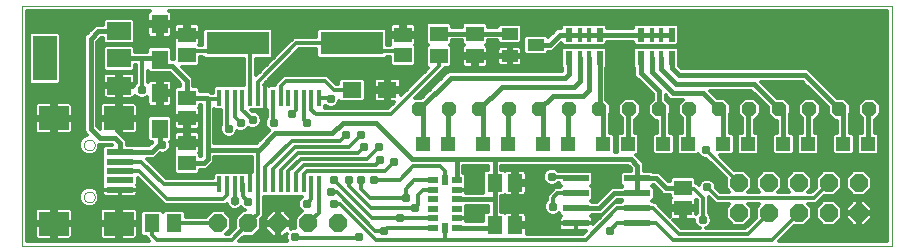
<source format=gtl>
G75*
G70*
%OFA0B0*%
%FSLAX24Y24*%
%IPPOS*%
%LPD*%
%AMOC8*
5,1,8,0,0,1.08239X$1,22.5*
%
%ADD10C,0.0000*%
%ADD11R,0.0512X0.0591*%
%ADD12R,0.0984X0.0787*%
%ADD13R,0.0906X0.0197*%
%ADD14OC8,0.0480*%
%ADD15R,0.0787X0.0591*%
%ADD16R,0.0787X0.1496*%
%ADD17R,0.0551X0.0630*%
%ADD18R,0.0354X0.0236*%
%ADD19R,0.0236X0.0354*%
%ADD20OC8,0.0600*%
%ADD21R,0.0137X0.0550*%
%ADD22R,0.0630X0.0551*%
%ADD23R,0.2100X0.0760*%
%ADD24R,0.0591X0.0512*%
%ADD25R,0.0173X0.0453*%
%ADD26R,0.0248X0.0453*%
%ADD27R,0.0472X0.0472*%
%ADD28R,0.0866X0.0236*%
%ADD29R,0.0551X0.0394*%
%ADD30C,0.0120*%
%ADD31C,0.0310*%
%ADD32C,0.0160*%
D10*
X000232Y004243D02*
X000232Y012243D01*
X029232Y012243D01*
X029232Y004243D01*
X000232Y004243D01*
X002305Y005877D02*
X002307Y005903D01*
X002313Y005929D01*
X002323Y005954D01*
X002336Y005977D01*
X002352Y005997D01*
X002372Y006015D01*
X002394Y006030D01*
X002417Y006042D01*
X002443Y006050D01*
X002469Y006054D01*
X002495Y006054D01*
X002521Y006050D01*
X002547Y006042D01*
X002571Y006030D01*
X002592Y006015D01*
X002612Y005997D01*
X002628Y005977D01*
X002641Y005954D01*
X002651Y005929D01*
X002657Y005903D01*
X002659Y005877D01*
X002657Y005851D01*
X002651Y005825D01*
X002641Y005800D01*
X002628Y005777D01*
X002612Y005757D01*
X002592Y005739D01*
X002570Y005724D01*
X002547Y005712D01*
X002521Y005704D01*
X002495Y005700D01*
X002469Y005700D01*
X002443Y005704D01*
X002417Y005712D01*
X002393Y005724D01*
X002372Y005739D01*
X002352Y005757D01*
X002336Y005777D01*
X002323Y005800D01*
X002313Y005825D01*
X002307Y005851D01*
X002305Y005877D01*
X002305Y007609D02*
X002307Y007635D01*
X002313Y007661D01*
X002323Y007686D01*
X002336Y007709D01*
X002352Y007729D01*
X002372Y007747D01*
X002394Y007762D01*
X002417Y007774D01*
X002443Y007782D01*
X002469Y007786D01*
X002495Y007786D01*
X002521Y007782D01*
X002547Y007774D01*
X002571Y007762D01*
X002592Y007747D01*
X002612Y007729D01*
X002628Y007709D01*
X002641Y007686D01*
X002651Y007661D01*
X002657Y007635D01*
X002659Y007609D01*
X002657Y007583D01*
X002651Y007557D01*
X002641Y007532D01*
X002628Y007509D01*
X002612Y007489D01*
X002592Y007471D01*
X002570Y007456D01*
X002547Y007444D01*
X002521Y007436D01*
X002495Y007432D01*
X002469Y007432D01*
X002443Y007436D01*
X002417Y007444D01*
X002393Y007456D01*
X002372Y007471D01*
X002352Y007489D01*
X002336Y007509D01*
X002323Y007532D01*
X002313Y007557D01*
X002307Y007583D01*
X002305Y007609D01*
D11*
X004558Y004993D03*
X005306Y004993D03*
X015997Y004943D03*
X016666Y004943D03*
X016666Y006343D03*
X015997Y006343D03*
D12*
X003466Y004991D03*
X001301Y004991D03*
X001301Y008495D03*
X003466Y008495D03*
D13*
X003505Y007373D03*
X003505Y007058D03*
X003505Y006743D03*
X003505Y006428D03*
X003505Y006113D03*
D14*
X013482Y008793D03*
X014482Y008793D03*
X015482Y008793D03*
X016482Y008793D03*
X017482Y008793D03*
X018482Y008793D03*
X019482Y008793D03*
X020482Y008793D03*
X021482Y008793D03*
X022482Y008793D03*
X023482Y008793D03*
X024482Y008793D03*
X025482Y008793D03*
X026482Y008793D03*
X027482Y008793D03*
X028482Y008793D03*
D15*
X003472Y009588D03*
X003472Y010493D03*
X003472Y011399D03*
D16*
X000992Y010493D03*
D17*
X004832Y010453D03*
X004832Y009334D03*
X004832Y008153D03*
X004832Y011634D03*
D18*
X013938Y006431D03*
X013938Y006116D03*
X013938Y005801D03*
X013938Y005486D03*
X013938Y005171D03*
X013938Y004856D03*
X014726Y004856D03*
X014726Y005171D03*
X014726Y005486D03*
X014726Y005801D03*
X014726Y006116D03*
X014726Y006431D03*
D19*
X014332Y006431D03*
X014332Y004856D03*
D20*
X010782Y004993D03*
X009782Y004993D03*
X008782Y004993D03*
X007782Y004993D03*
X006782Y004993D03*
X024132Y005343D03*
X025132Y005343D03*
X026132Y005343D03*
X027132Y005343D03*
X028132Y005343D03*
X028132Y006343D03*
X027132Y006343D03*
X026132Y006343D03*
X025132Y006343D03*
X024132Y006343D03*
D21*
X010145Y006304D03*
X009889Y006304D03*
X009633Y006304D03*
X009377Y006304D03*
X009122Y006304D03*
X008866Y006304D03*
X008610Y006304D03*
X008354Y006304D03*
X008098Y006304D03*
X007842Y006304D03*
X007586Y006304D03*
X007330Y006304D03*
X007074Y006304D03*
X006818Y006304D03*
X006818Y009183D03*
X007074Y009183D03*
X007330Y009183D03*
X007586Y009183D03*
X007842Y009183D03*
X008098Y009183D03*
X008354Y009183D03*
X008610Y009183D03*
X008866Y009183D03*
X009122Y009183D03*
X009377Y009183D03*
X009633Y009183D03*
X009889Y009183D03*
X010145Y009183D03*
D22*
X011241Y009443D03*
X012422Y009443D03*
D23*
X011232Y010993D03*
X007432Y010993D03*
D24*
X005732Y011278D03*
X005732Y010609D03*
X005732Y009178D03*
X005732Y008509D03*
X005732Y007678D03*
X005732Y007009D03*
X012932Y010609D03*
X014132Y010569D03*
X015332Y010569D03*
X015332Y011317D03*
X014132Y011317D03*
X012932Y011278D03*
X022282Y006178D03*
X022282Y005509D03*
D25*
X021539Y010509D03*
X021224Y010509D03*
X021224Y011277D03*
X021539Y011277D03*
X019139Y011277D03*
X018824Y011277D03*
X018824Y010509D03*
X019139Y010509D03*
D26*
X019492Y010509D03*
X018472Y010509D03*
X018472Y011277D03*
X019492Y011277D03*
X020872Y011277D03*
X021892Y011277D03*
X021892Y010509D03*
X020872Y010509D03*
D27*
X020445Y007643D03*
X019618Y007643D03*
X018445Y007643D03*
X017618Y007643D03*
X016445Y007643D03*
X015618Y007643D03*
X014445Y007643D03*
X013618Y007643D03*
X021618Y007643D03*
X022445Y007643D03*
X023618Y007643D03*
X024445Y007643D03*
X025618Y007643D03*
X026445Y007643D03*
X027618Y007643D03*
X028445Y007643D03*
D28*
X020755Y006493D03*
X020755Y005993D03*
X020755Y005493D03*
X020755Y004993D03*
X018708Y004993D03*
X018708Y005493D03*
X018708Y005993D03*
X018708Y006493D03*
D29*
X016499Y010569D03*
X017365Y010943D03*
X016499Y011317D03*
D30*
X016914Y011356D02*
X017933Y011356D01*
X017815Y011237D02*
X017741Y011237D01*
X017778Y011200D02*
X017698Y011280D01*
X017031Y011280D01*
X016949Y011198D01*
X016949Y010688D01*
X017031Y010606D01*
X017698Y010606D01*
X017780Y010688D01*
X017780Y010723D01*
X017923Y010723D01*
X018208Y011008D01*
X018208Y010993D01*
X018290Y010911D01*
X018654Y010911D01*
X018667Y010924D01*
X018680Y010911D01*
X018969Y010911D01*
X018982Y010924D01*
X018995Y010911D01*
X019284Y010911D01*
X019297Y010924D01*
X019310Y010911D01*
X019674Y010911D01*
X019756Y010993D01*
X019756Y011057D01*
X020608Y011057D01*
X020608Y010993D01*
X020690Y010911D01*
X021054Y010911D01*
X021067Y010924D01*
X021080Y010911D01*
X021369Y010911D01*
X021382Y010924D01*
X021395Y010911D01*
X021684Y010911D01*
X021697Y010924D01*
X021710Y010911D01*
X022074Y010911D01*
X022156Y010993D01*
X022156Y011561D01*
X022074Y011643D01*
X021710Y011643D01*
X021697Y011630D01*
X021684Y011643D01*
X021395Y011643D01*
X021382Y011630D01*
X021369Y011643D01*
X021080Y011643D01*
X021067Y011630D01*
X021054Y011643D01*
X020690Y011643D01*
X020608Y011561D01*
X020608Y011497D01*
X019756Y011497D01*
X019756Y011561D01*
X019674Y011643D01*
X019310Y011643D01*
X019297Y011630D01*
X019284Y011643D01*
X018995Y011643D01*
X018982Y011630D01*
X018969Y011643D01*
X018680Y011643D01*
X018667Y011630D01*
X018654Y011643D01*
X018290Y011643D01*
X018208Y011561D01*
X018208Y011497D01*
X018075Y011497D01*
X017778Y011200D01*
X018052Y011474D02*
X016914Y011474D01*
X016914Y011572D02*
X016832Y011654D01*
X016165Y011654D01*
X016083Y011572D01*
X016083Y011537D01*
X015767Y011537D01*
X015767Y011631D01*
X015685Y011713D01*
X014979Y011713D01*
X014897Y011631D01*
X014897Y011537D01*
X014567Y011537D01*
X014567Y011631D01*
X014485Y011713D01*
X013779Y011713D01*
X013697Y011631D01*
X013697Y011003D01*
X013757Y010943D01*
X013697Y010883D01*
X013697Y010255D01*
X013779Y010173D01*
X012877Y009271D01*
X012877Y009383D01*
X012482Y009383D01*
X012482Y009028D01*
X012633Y009028D01*
X012449Y008843D01*
X010347Y008843D01*
X010354Y008849D01*
X010354Y008904D01*
X010365Y008893D01*
X010473Y008848D01*
X010590Y008848D01*
X010699Y008893D01*
X010782Y008976D01*
X010822Y009074D01*
X010868Y009028D01*
X011614Y009028D01*
X011696Y009110D01*
X011696Y009777D01*
X011614Y009859D01*
X010868Y009859D01*
X010786Y009777D01*
X010786Y009643D01*
X010715Y009643D01*
X010415Y009943D01*
X010249Y009943D01*
X008949Y009943D01*
X008832Y009826D01*
X008666Y009660D01*
X008666Y009597D01*
X008483Y009597D01*
X008474Y009589D01*
X008441Y009597D01*
X008354Y009597D01*
X008354Y009183D01*
X008354Y009183D01*
X008354Y009597D01*
X008298Y009597D01*
X008298Y009626D01*
X009465Y010793D01*
X010042Y010793D01*
X010042Y010555D01*
X010124Y010473D01*
X012340Y010473D01*
X012410Y010543D01*
X012497Y010543D01*
X012497Y010295D01*
X012579Y010213D01*
X013285Y010213D01*
X013367Y010295D01*
X013367Y010922D01*
X013344Y010945D01*
X013358Y010968D01*
X013367Y011003D01*
X013367Y011218D01*
X012992Y011218D01*
X012992Y011338D01*
X012872Y011338D01*
X012872Y011674D01*
X012618Y011674D01*
X012582Y011664D01*
X012551Y011646D01*
X012524Y011620D01*
X012506Y011588D01*
X012497Y011552D01*
X012497Y011338D01*
X012872Y011338D01*
X012872Y011218D01*
X012497Y011218D01*
X012497Y011003D01*
X012506Y010968D01*
X012519Y010945D01*
X012517Y010943D01*
X012422Y010943D01*
X012422Y011431D01*
X012340Y011513D01*
X010124Y011513D01*
X010042Y011431D01*
X010042Y011193D01*
X009465Y011193D01*
X009299Y011193D01*
X008042Y009936D01*
X008042Y010473D01*
X008540Y010473D01*
X008622Y010555D01*
X008622Y011431D01*
X008540Y011513D01*
X006324Y011513D01*
X006242Y011431D01*
X006242Y010943D01*
X006146Y010943D01*
X006144Y010945D01*
X006158Y010968D01*
X006167Y011003D01*
X006167Y011218D01*
X005792Y011218D01*
X005792Y011338D01*
X005672Y011338D01*
X005672Y011674D01*
X005418Y011674D01*
X005382Y011664D01*
X005351Y011646D01*
X005324Y011620D01*
X005306Y011588D01*
X005297Y011552D01*
X005297Y011338D01*
X005672Y011338D01*
X005672Y011218D01*
X005297Y011218D01*
X005297Y011003D01*
X005306Y010968D01*
X005319Y010945D01*
X005297Y010922D01*
X005297Y010463D01*
X005247Y010463D01*
X005247Y010826D01*
X005165Y010908D01*
X004498Y010908D01*
X004416Y010826D01*
X004416Y010713D01*
X004323Y010713D01*
X004006Y010713D01*
X004006Y010846D01*
X003924Y010928D01*
X003020Y010928D01*
X002938Y010846D01*
X002938Y010140D01*
X003020Y010058D01*
X003924Y010058D01*
X004006Y010140D01*
X004006Y010273D01*
X004032Y010273D01*
X004032Y009660D01*
X003982Y009610D01*
X003948Y009528D01*
X003532Y009528D01*
X003532Y009648D01*
X003412Y009648D01*
X003412Y010023D01*
X003060Y010023D01*
X003024Y010013D01*
X002992Y009995D01*
X002966Y009969D01*
X002948Y009937D01*
X002938Y009901D01*
X002938Y009648D01*
X003412Y009648D01*
X003412Y009528D01*
X002938Y009528D01*
X002938Y009274D01*
X002948Y009238D01*
X002966Y009206D01*
X002992Y009180D01*
X003024Y009162D01*
X003060Y009152D01*
X003412Y009152D01*
X003412Y009527D01*
X003532Y009527D01*
X003532Y009152D01*
X003884Y009152D01*
X003920Y009162D01*
X003952Y009180D01*
X003978Y009206D01*
X003996Y009238D01*
X004001Y009257D01*
X004065Y009193D01*
X004173Y009148D01*
X004290Y009148D01*
X004399Y009193D01*
X004416Y009210D01*
X004416Y009000D01*
X004426Y008965D01*
X004444Y008933D01*
X004470Y008907D01*
X004502Y008888D01*
X004538Y008879D01*
X004772Y008879D01*
X004772Y009274D01*
X004892Y009274D01*
X004892Y009394D01*
X004772Y009394D01*
X004772Y009789D01*
X004538Y009789D01*
X004502Y009779D01*
X004470Y009761D01*
X004444Y009735D01*
X004432Y009713D01*
X004432Y010064D01*
X004498Y009998D01*
X005165Y009998D01*
X005166Y009998D01*
X005512Y009652D01*
X005512Y009574D01*
X005379Y009574D01*
X005297Y009492D01*
X005297Y008864D01*
X005319Y008841D01*
X005306Y008818D01*
X005297Y008783D01*
X005297Y008568D01*
X005672Y008568D01*
X005672Y008449D01*
X005297Y008449D01*
X005297Y008234D01*
X005306Y008199D01*
X005324Y008167D01*
X005351Y008141D01*
X005382Y008122D01*
X005418Y008113D01*
X005672Y008113D01*
X005672Y008448D01*
X005792Y008448D01*
X005792Y008113D01*
X006046Y008113D01*
X006081Y008122D01*
X006113Y008141D01*
X006139Y008167D01*
X006158Y008199D01*
X006167Y008234D01*
X006167Y008449D01*
X005792Y008449D01*
X005792Y008568D01*
X006167Y008568D01*
X006167Y008783D01*
X006158Y008818D01*
X006144Y008841D01*
X006167Y008864D01*
X006167Y008958D01*
X006212Y008958D01*
X006212Y007534D01*
X006212Y007234D01*
X006206Y007228D01*
X006167Y007228D01*
X006167Y007322D01*
X006144Y007345D01*
X006158Y007368D01*
X006167Y007403D01*
X006167Y007618D01*
X005792Y007618D01*
X005792Y007738D01*
X005672Y007738D01*
X005672Y008074D01*
X005418Y008074D01*
X005382Y008064D01*
X005351Y008046D01*
X005324Y008020D01*
X005306Y007988D01*
X005297Y007952D01*
X005297Y007738D01*
X005672Y007738D01*
X005672Y007618D01*
X005297Y007618D01*
X005297Y007403D01*
X005306Y007368D01*
X005319Y007345D01*
X005297Y007322D01*
X005297Y006695D01*
X005379Y006613D01*
X006085Y006613D01*
X006167Y006695D01*
X006167Y006789D01*
X006206Y006789D01*
X006388Y006789D01*
X006652Y007052D01*
X006652Y007223D01*
X007898Y007223D01*
X007898Y006719D01*
X007842Y006719D01*
X007755Y006719D01*
X007722Y006710D01*
X007713Y006719D01*
X007460Y006719D01*
X007458Y006717D01*
X007457Y006719D01*
X007204Y006719D01*
X007202Y006717D01*
X007201Y006719D01*
X006948Y006719D01*
X006946Y006717D01*
X006945Y006719D01*
X006692Y006719D01*
X006610Y006637D01*
X006610Y006504D01*
X005054Y006504D01*
X004405Y007153D01*
X004471Y007153D01*
X004653Y007153D01*
X004828Y007328D01*
X004853Y007318D01*
X004970Y007318D01*
X005079Y007363D01*
X005162Y007446D01*
X005207Y007554D01*
X005207Y007672D01*
X005187Y007719D01*
X005247Y007780D01*
X005247Y008526D01*
X005165Y008608D01*
X004498Y008608D01*
X004416Y008526D01*
X004416Y007780D01*
X004498Y007698D01*
X004575Y007698D01*
X004471Y007593D01*
X004035Y007593D01*
X004016Y007611D01*
X003725Y007611D01*
X003725Y007761D01*
X003423Y008063D01*
X003406Y008063D01*
X003406Y008435D01*
X003526Y008435D01*
X003526Y007961D01*
X003977Y007961D01*
X004012Y007971D01*
X004044Y007989D01*
X004070Y008015D01*
X004089Y008047D01*
X004098Y008083D01*
X004098Y008435D01*
X003526Y008435D01*
X003526Y008555D01*
X004098Y008555D01*
X004098Y008907D01*
X004089Y008943D01*
X004070Y008975D01*
X004044Y009001D01*
X004012Y009019D01*
X003977Y009029D01*
X003526Y009029D01*
X003526Y008555D01*
X003406Y008555D01*
X003406Y008435D01*
X002834Y008435D01*
X002834Y008152D01*
X002752Y008234D01*
X002752Y011052D01*
X002878Y011179D01*
X002938Y011179D01*
X002938Y011045D01*
X003020Y010963D01*
X003924Y010963D01*
X004006Y011045D01*
X004006Y011752D01*
X003924Y011834D01*
X003020Y011834D01*
X002938Y011752D01*
X002938Y011619D01*
X002878Y011619D01*
X002696Y011619D01*
X002441Y011363D01*
X002312Y011234D01*
X002312Y008234D01*
X002312Y008052D01*
X002417Y007946D01*
X002415Y007946D01*
X002291Y007895D01*
X002196Y007800D01*
X002145Y007676D01*
X002145Y007542D01*
X002196Y007418D01*
X002291Y007323D01*
X002415Y007272D01*
X002549Y007272D01*
X002673Y007323D01*
X002768Y007418D01*
X002819Y007542D01*
X002819Y007623D01*
X003241Y007623D01*
X003252Y007611D01*
X002995Y007611D01*
X002913Y007529D01*
X002913Y007217D01*
X002914Y007216D01*
X002913Y007215D01*
X002913Y006902D01*
X002914Y006901D01*
X002913Y006900D01*
X002913Y006587D01*
X002914Y006586D01*
X002913Y006585D01*
X002913Y006272D01*
X002921Y006263D01*
X002913Y006230D01*
X002913Y006113D01*
X002913Y005996D01*
X002922Y005961D01*
X002941Y005929D01*
X002967Y005903D01*
X002819Y005903D01*
X002819Y005944D02*
X002768Y006068D01*
X002673Y006163D01*
X002549Y006214D01*
X002415Y006214D01*
X002291Y006163D01*
X002196Y006068D01*
X002145Y005944D01*
X002145Y005810D01*
X002196Y005686D01*
X002291Y005591D01*
X002415Y005540D01*
X002549Y005540D01*
X002673Y005591D01*
X002768Y005686D01*
X002819Y005810D01*
X002819Y005944D01*
X002787Y006021D02*
X002913Y006021D01*
X002913Y006113D02*
X003505Y006113D01*
X003505Y006113D01*
X003506Y006113D01*
X003506Y006113D01*
X004098Y006113D01*
X004098Y005996D01*
X004089Y005961D01*
X004070Y005929D01*
X004044Y005903D01*
X004689Y005903D01*
X004571Y006021D02*
X004098Y006021D01*
X004098Y006113D02*
X004098Y006230D01*
X004089Y006263D01*
X004098Y006272D01*
X004098Y006494D01*
X004999Y005593D01*
X005165Y005593D01*
X007015Y005593D01*
X007057Y005636D01*
X007082Y005576D01*
X007165Y005493D01*
X007221Y005470D01*
X007244Y005446D01*
X007246Y005446D01*
X007247Y005445D01*
X007328Y005445D01*
X007410Y005443D01*
X007411Y005445D01*
X007413Y005445D01*
X007435Y005467D01*
X007499Y005493D01*
X007542Y005536D01*
X007615Y005463D01*
X007687Y005433D01*
X007600Y005433D01*
X007342Y005175D01*
X007342Y004836D01*
X007149Y004643D01*
X007054Y004643D01*
X007222Y004811D01*
X007222Y005175D01*
X006964Y005433D01*
X006600Y005433D01*
X006360Y005193D01*
X005702Y005193D01*
X005702Y005346D01*
X005620Y005428D01*
X004992Y005428D01*
X004932Y005368D01*
X004872Y005428D01*
X004244Y005428D01*
X004162Y005346D01*
X004162Y004640D01*
X004244Y004558D01*
X004358Y004558D01*
X004358Y004534D01*
X004489Y004403D01*
X000392Y004403D01*
X000392Y012083D01*
X004517Y012083D01*
X004502Y012079D01*
X004470Y012061D01*
X004444Y012035D01*
X004426Y012003D01*
X004416Y011967D01*
X004416Y011694D01*
X004772Y011694D01*
X004772Y011574D01*
X004416Y011574D01*
X004416Y011300D01*
X004426Y011265D01*
X004444Y011233D01*
X004470Y011207D01*
X004502Y011188D01*
X004538Y011179D01*
X004772Y011179D01*
X004772Y011574D01*
X004892Y011574D01*
X004892Y011694D01*
X005247Y011694D01*
X005247Y011967D01*
X005238Y012003D01*
X005219Y012035D01*
X005193Y012061D01*
X005161Y012079D01*
X005146Y012083D01*
X029072Y012083D01*
X029072Y004403D01*
X025475Y004403D01*
X025975Y004903D01*
X026314Y004903D01*
X026572Y005161D01*
X026572Y005525D01*
X026454Y005643D01*
X026715Y005643D01*
X026832Y005760D01*
X026975Y005903D01*
X027314Y005903D01*
X027572Y006161D01*
X027572Y006525D01*
X027314Y006783D01*
X026950Y006783D01*
X026692Y006525D01*
X026692Y006186D01*
X026549Y006043D01*
X026454Y006043D01*
X026572Y006161D01*
X026572Y006525D01*
X026314Y006783D01*
X025950Y006783D01*
X025692Y006525D01*
X025692Y006161D01*
X025810Y006043D01*
X025454Y006043D01*
X025572Y006161D01*
X025572Y006525D01*
X025314Y006783D01*
X024950Y006783D01*
X024692Y006525D01*
X024692Y006161D01*
X024810Y006043D01*
X024454Y006043D01*
X024572Y006161D01*
X024572Y006525D01*
X024314Y006783D01*
X023975Y006783D01*
X023491Y007267D01*
X023913Y007267D01*
X023995Y007349D01*
X023995Y007937D01*
X023913Y008019D01*
X023838Y008019D01*
X023838Y008565D01*
X023838Y008612D01*
X023862Y008636D01*
X023862Y008951D01*
X023639Y009173D01*
X023413Y009173D01*
X023163Y009423D01*
X024541Y009423D01*
X025102Y008862D01*
X025102Y008636D01*
X025324Y008413D01*
X025398Y008413D01*
X025398Y008019D01*
X025324Y008019D01*
X025242Y007937D01*
X025242Y007349D01*
X025324Y007267D01*
X025913Y007267D01*
X025995Y007349D01*
X025995Y007937D01*
X025913Y008019D01*
X025838Y008019D01*
X025838Y008565D01*
X025838Y008612D01*
X025862Y008636D01*
X025862Y008951D01*
X025639Y009173D01*
X025413Y009173D01*
X024863Y009723D01*
X026241Y009723D01*
X027102Y008862D01*
X027102Y008636D01*
X027324Y008413D01*
X027398Y008413D01*
X027398Y008019D01*
X027324Y008019D01*
X027242Y007937D01*
X027242Y007349D01*
X027324Y007267D01*
X027913Y007267D01*
X027995Y007349D01*
X027995Y007937D01*
X027913Y008019D01*
X027838Y008019D01*
X027838Y008565D01*
X027838Y008612D01*
X027862Y008636D01*
X027862Y008951D01*
X027639Y009173D01*
X027413Y009173D01*
X026423Y010163D01*
X026241Y010163D01*
X022223Y010163D01*
X022156Y010230D01*
X022156Y010794D01*
X022074Y010876D01*
X021710Y010876D01*
X021697Y010863D01*
X021684Y010876D01*
X021395Y010876D01*
X021382Y010863D01*
X021369Y010876D01*
X021080Y010876D01*
X021067Y010863D01*
X021054Y010876D01*
X020690Y010876D01*
X020608Y010794D01*
X020608Y010225D01*
X020652Y010181D01*
X020652Y010094D01*
X020652Y009912D01*
X021262Y009302D01*
X021262Y009110D01*
X021102Y008951D01*
X021102Y008636D01*
X021324Y008413D01*
X021398Y008413D01*
X021398Y008019D01*
X021324Y008019D01*
X021242Y007937D01*
X021242Y007349D01*
X021324Y007267D01*
X021913Y007267D01*
X021995Y007349D01*
X021995Y007937D01*
X021913Y008019D01*
X021838Y008019D01*
X021838Y008565D01*
X021838Y008612D01*
X021862Y008636D01*
X021862Y008951D01*
X021702Y009110D01*
X021702Y009262D01*
X021712Y009252D01*
X021841Y009123D01*
X022274Y009123D01*
X022102Y008951D01*
X022102Y008636D01*
X022225Y008512D01*
X022225Y008019D01*
X022151Y008019D01*
X022069Y007937D01*
X022069Y007349D01*
X022151Y007267D01*
X022739Y007267D01*
X022772Y007300D01*
X022782Y007276D01*
X022865Y007193D01*
X022973Y007148D01*
X023044Y007148D01*
X023692Y006500D01*
X023692Y006161D01*
X023810Y006043D01*
X023515Y006043D01*
X023377Y006181D01*
X023377Y006252D01*
X023332Y006360D01*
X023249Y006443D01*
X023140Y006488D01*
X023023Y006488D01*
X022915Y006443D01*
X022832Y006360D01*
X022795Y006272D01*
X022725Y006343D01*
X022717Y006343D01*
X022717Y006492D01*
X022635Y006574D01*
X021929Y006574D01*
X021847Y006492D01*
X021847Y006398D01*
X021788Y006398D01*
X021473Y006713D01*
X021291Y006713D01*
X021285Y006713D01*
X021246Y006751D01*
X020975Y006751D01*
X020975Y006828D01*
X020975Y007011D01*
X020719Y007267D01*
X020739Y007267D01*
X020821Y007349D01*
X020821Y007937D01*
X020739Y008019D01*
X020665Y008019D01*
X020665Y008439D01*
X020862Y008636D01*
X020862Y008951D01*
X020639Y009173D01*
X020324Y009173D01*
X020102Y008951D01*
X020102Y008636D01*
X020225Y008512D01*
X020225Y008019D01*
X020151Y008019D01*
X020069Y007937D01*
X020069Y007363D01*
X019995Y007363D01*
X019995Y007937D01*
X019913Y008019D01*
X019838Y008019D01*
X019838Y008565D01*
X019838Y008612D01*
X019862Y008636D01*
X019862Y008951D01*
X019712Y009101D01*
X019712Y010181D01*
X019756Y010225D01*
X019756Y010794D01*
X019674Y010876D01*
X019310Y010876D01*
X019297Y010863D01*
X019284Y010876D01*
X018995Y010876D01*
X018982Y010863D01*
X018969Y010876D01*
X018680Y010876D01*
X018667Y010863D01*
X018654Y010876D01*
X018290Y010876D01*
X018208Y010794D01*
X018208Y010225D01*
X018252Y010181D01*
X018252Y010074D01*
X018241Y010063D01*
X014441Y010063D01*
X014312Y009934D01*
X013551Y009173D01*
X013345Y009173D01*
X014332Y010160D01*
X014332Y010173D01*
X014485Y010173D01*
X014567Y010255D01*
X014567Y010883D01*
X014507Y010943D01*
X014567Y011003D01*
X014567Y011097D01*
X014897Y011097D01*
X014897Y011003D01*
X014958Y010941D01*
X014951Y010937D01*
X014924Y010911D01*
X014906Y010879D01*
X014897Y010843D01*
X014897Y010629D01*
X015272Y010629D01*
X015272Y010509D01*
X015392Y010509D01*
X015392Y010629D01*
X015767Y010629D01*
X015767Y010843D01*
X015758Y010879D01*
X015739Y010911D01*
X015713Y010937D01*
X015705Y010941D01*
X015767Y011003D01*
X015767Y011097D01*
X016083Y011097D01*
X016083Y011062D01*
X016165Y010980D01*
X016832Y010980D01*
X016914Y011062D01*
X016914Y011572D01*
X016893Y011593D02*
X018239Y011593D01*
X018208Y011000D02*
X018200Y011000D01*
X018081Y010882D02*
X029072Y010882D01*
X029072Y011000D02*
X022156Y011000D01*
X022156Y011119D02*
X029072Y011119D01*
X029072Y011237D02*
X022156Y011237D01*
X022156Y011356D02*
X029072Y011356D01*
X029072Y011474D02*
X022156Y011474D01*
X022124Y011593D02*
X029072Y011593D01*
X029072Y011711D02*
X015687Y011711D01*
X015767Y011593D02*
X016104Y011593D01*
X016914Y011237D02*
X016989Y011237D01*
X016949Y011119D02*
X016914Y011119D01*
X016949Y011000D02*
X016852Y011000D01*
X016828Y010896D02*
X016793Y010906D01*
X016537Y010906D01*
X016537Y010608D01*
X016460Y010608D01*
X016460Y010906D01*
X016205Y010906D01*
X016169Y010896D01*
X016137Y010878D01*
X016111Y010852D01*
X016093Y010820D01*
X016083Y010784D01*
X016083Y010608D01*
X016460Y010608D01*
X016460Y010531D01*
X016083Y010531D01*
X016083Y010354D01*
X016093Y010318D01*
X016111Y010286D01*
X016137Y010260D01*
X016169Y010242D01*
X016205Y010232D01*
X016460Y010232D01*
X016460Y010530D01*
X016537Y010530D01*
X016537Y010232D01*
X016793Y010232D01*
X016828Y010242D01*
X016860Y010260D01*
X016886Y010286D01*
X016905Y010318D01*
X016914Y010354D01*
X016914Y010531D01*
X016537Y010531D01*
X016537Y010608D01*
X016914Y010608D01*
X016914Y010784D01*
X016905Y010820D01*
X016886Y010852D01*
X016860Y010878D01*
X016828Y010896D01*
X016854Y010882D02*
X016949Y010882D01*
X016949Y010763D02*
X016914Y010763D01*
X016914Y010644D02*
X016993Y010644D01*
X016914Y010526D02*
X018208Y010526D01*
X018208Y010644D02*
X017737Y010644D01*
X017963Y010763D02*
X018208Y010763D01*
X018208Y010407D02*
X016914Y010407D01*
X016888Y010289D02*
X018208Y010289D01*
X018252Y010170D02*
X014332Y010170D01*
X014429Y010052D02*
X014223Y010052D01*
X014312Y009934D02*
X014312Y009934D01*
X014311Y009933D02*
X014105Y009933D01*
X014192Y009815D02*
X013986Y009815D01*
X014074Y009696D02*
X013868Y009696D01*
X013955Y009578D02*
X013749Y009578D01*
X013837Y009459D02*
X013631Y009459D01*
X013718Y009341D02*
X013512Y009341D01*
X013600Y009222D02*
X013393Y009222D01*
X013065Y009459D02*
X012482Y009459D01*
X012482Y009503D02*
X012482Y009383D01*
X012362Y009383D01*
X011967Y009383D01*
X011967Y009149D01*
X011977Y009114D01*
X011995Y009082D01*
X012021Y009056D01*
X012053Y009037D01*
X012089Y009028D01*
X012362Y009028D01*
X012362Y009383D01*
X012362Y009503D01*
X011967Y009503D01*
X011967Y009737D01*
X011977Y009773D01*
X011995Y009805D01*
X012021Y009831D01*
X012053Y009849D01*
X012089Y009859D01*
X012362Y009859D01*
X012362Y009503D01*
X012482Y009503D01*
X012482Y009859D01*
X012756Y009859D01*
X012791Y009849D01*
X012823Y009831D01*
X012849Y009805D01*
X012868Y009773D01*
X012877Y009737D01*
X012877Y009503D01*
X012482Y009503D01*
X012482Y009578D02*
X012362Y009578D01*
X012362Y009696D02*
X012482Y009696D01*
X012482Y009815D02*
X012362Y009815D01*
X012839Y009815D02*
X013421Y009815D01*
X013539Y009933D02*
X010425Y009933D01*
X010543Y009815D02*
X010824Y009815D01*
X010786Y009696D02*
X010662Y009696D01*
X010632Y009443D02*
X010332Y009743D01*
X009032Y009743D01*
X008866Y009577D01*
X008866Y009183D01*
X008610Y009183D02*
X008610Y008365D01*
X008632Y008343D01*
X008410Y008538D02*
X008382Y008510D01*
X008337Y008402D01*
X008337Y008284D01*
X008382Y008176D01*
X008465Y008093D01*
X008469Y008091D01*
X008041Y007663D01*
X006652Y007663D01*
X006652Y008808D01*
X006692Y008768D01*
X006874Y008768D01*
X006874Y008292D01*
X006837Y008202D01*
X006837Y008084D01*
X006882Y007976D01*
X006965Y007893D01*
X007073Y007848D01*
X007190Y007848D01*
X007299Y007893D01*
X007382Y007976D01*
X007421Y008070D01*
X007473Y008048D01*
X007590Y008048D01*
X007699Y008093D01*
X007782Y008176D01*
X007785Y008185D01*
X007873Y008148D01*
X007990Y008148D01*
X008099Y008193D01*
X008182Y008276D01*
X008227Y008384D01*
X008227Y008502D01*
X008182Y008610D01*
X008099Y008693D01*
X007990Y008738D01*
X007920Y008738D01*
X007890Y008768D01*
X007969Y008768D01*
X007970Y008769D01*
X007971Y008768D01*
X008224Y008768D01*
X008233Y008776D01*
X008267Y008768D01*
X008354Y008768D01*
X008410Y008768D01*
X008410Y008538D01*
X008382Y008511D02*
X008223Y008511D01*
X008227Y008392D02*
X008337Y008392D01*
X008341Y008274D02*
X008179Y008274D01*
X008007Y008155D02*
X008403Y008155D01*
X008414Y008037D02*
X007407Y008037D01*
X007324Y007918D02*
X008296Y007918D01*
X008177Y007799D02*
X006652Y007799D01*
X006652Y007681D02*
X008059Y007681D01*
X008132Y007443D02*
X008098Y007409D01*
X008098Y006304D01*
X008098Y005309D01*
X007782Y004993D01*
X007232Y004443D01*
X004732Y004443D01*
X004558Y004617D01*
X004558Y004993D01*
X004162Y004954D02*
X003526Y004954D01*
X003526Y004931D02*
X003526Y005051D01*
X004098Y005051D01*
X004098Y005403D01*
X004089Y005439D01*
X004070Y005471D01*
X004044Y005497D01*
X004012Y005515D01*
X003977Y005525D01*
X003526Y005525D01*
X003526Y005051D01*
X003406Y005051D01*
X003406Y004931D01*
X003526Y004931D01*
X003526Y004457D01*
X003977Y004457D01*
X004012Y004467D01*
X004044Y004485D01*
X004070Y004511D01*
X004089Y004543D01*
X004098Y004579D01*
X004098Y004931D01*
X003526Y004931D01*
X003526Y004836D02*
X003406Y004836D01*
X003406Y004931D02*
X003406Y004457D01*
X002955Y004457D01*
X002920Y004467D01*
X002888Y004485D01*
X002862Y004511D01*
X002843Y004543D01*
X002834Y004579D01*
X002834Y004931D01*
X003406Y004931D01*
X003406Y004954D02*
X001361Y004954D01*
X001361Y004931D02*
X001361Y005051D01*
X001933Y005051D01*
X001933Y005403D01*
X001923Y005439D01*
X001905Y005471D01*
X001879Y005497D01*
X001847Y005515D01*
X001811Y005525D01*
X001361Y005525D01*
X001361Y005051D01*
X001241Y005051D01*
X001241Y005525D01*
X000790Y005525D01*
X000755Y005515D01*
X000723Y005497D01*
X000697Y005471D01*
X000678Y005439D01*
X000669Y005403D01*
X000669Y005051D01*
X001241Y005051D01*
X001241Y004931D01*
X001361Y004931D01*
X001933Y004931D01*
X001933Y004579D01*
X001923Y004543D01*
X001905Y004511D01*
X001879Y004485D01*
X001847Y004467D01*
X001811Y004457D01*
X001361Y004457D01*
X001361Y004931D01*
X001361Y004836D02*
X001241Y004836D01*
X001241Y004931D02*
X001241Y004457D01*
X000790Y004457D01*
X000755Y004467D01*
X000723Y004485D01*
X000697Y004511D01*
X000678Y004543D01*
X000669Y004579D01*
X000669Y004931D01*
X001241Y004931D01*
X001241Y004954D02*
X000392Y004954D01*
X000392Y004836D02*
X000669Y004836D01*
X000669Y004717D02*
X000392Y004717D01*
X000392Y004599D02*
X000669Y004599D01*
X000732Y004480D02*
X000392Y004480D01*
X001241Y004480D02*
X001361Y004480D01*
X001361Y004599D02*
X001241Y004599D01*
X001241Y004717D02*
X001361Y004717D01*
X001870Y004480D02*
X002897Y004480D01*
X002834Y004599D02*
X001933Y004599D01*
X001933Y004717D02*
X002834Y004717D01*
X002834Y004836D02*
X001933Y004836D01*
X001933Y005073D02*
X002834Y005073D01*
X002834Y005051D02*
X003406Y005051D01*
X003406Y005525D01*
X002955Y005525D01*
X002920Y005515D01*
X002888Y005497D01*
X002862Y005471D01*
X002843Y005439D01*
X002834Y005403D01*
X002834Y005051D01*
X002834Y005191D02*
X001933Y005191D01*
X001933Y005310D02*
X002834Y005310D01*
X002841Y005429D02*
X001926Y005429D01*
X002216Y005666D02*
X000392Y005666D01*
X000392Y005784D02*
X002155Y005784D01*
X002145Y005903D02*
X000392Y005903D01*
X000392Y006021D02*
X002177Y006021D01*
X002268Y006140D02*
X000392Y006140D01*
X000392Y006258D02*
X002920Y006258D01*
X002913Y006140D02*
X002696Y006140D01*
X002913Y006113D02*
X003505Y006113D01*
X003505Y005875D01*
X003034Y005875D01*
X002999Y005884D01*
X002967Y005903D01*
X002808Y005784D02*
X004808Y005784D01*
X004926Y005666D02*
X002747Y005666D01*
X002566Y005547D02*
X007111Y005547D01*
X006969Y005429D02*
X007595Y005429D01*
X007476Y005310D02*
X007087Y005310D01*
X007206Y005191D02*
X007358Y005191D01*
X007342Y005073D02*
X007222Y005073D01*
X007222Y004954D02*
X007342Y004954D01*
X007342Y004836D02*
X007222Y004836D01*
X007223Y004717D02*
X007128Y004717D01*
X007475Y004403D02*
X007625Y004553D01*
X007964Y004553D01*
X008222Y004811D01*
X008222Y005150D01*
X008298Y005226D01*
X008298Y005392D01*
X008298Y005889D01*
X008480Y005889D01*
X008482Y005890D01*
X008483Y005889D01*
X008736Y005889D01*
X008738Y005890D01*
X008739Y005889D01*
X008992Y005889D01*
X008994Y005890D01*
X008995Y005889D01*
X009248Y005889D01*
X009250Y005890D01*
X009251Y005889D01*
X009504Y005889D01*
X009505Y005890D01*
X009507Y005889D01*
X009560Y005889D01*
X009482Y005810D01*
X009437Y005702D01*
X009437Y005584D01*
X009482Y005476D01*
X009562Y005396D01*
X009342Y005175D01*
X009342Y004848D01*
X009283Y004848D01*
X009222Y004823D01*
X009222Y004953D01*
X008822Y004953D01*
X008822Y005033D01*
X009222Y005033D01*
X009222Y005175D01*
X008964Y005433D01*
X008822Y005433D01*
X008822Y005033D01*
X008742Y005033D01*
X008742Y004953D01*
X008822Y004953D01*
X008822Y004553D01*
X008964Y004553D01*
X009064Y004653D01*
X009047Y004612D01*
X009047Y004494D01*
X009085Y004403D01*
X007475Y004403D01*
X007552Y004480D02*
X009053Y004480D01*
X009047Y004599D02*
X009010Y004599D01*
X008822Y004599D02*
X008742Y004599D01*
X008742Y004553D02*
X008742Y004953D01*
X008342Y004953D01*
X008342Y004811D01*
X008600Y004553D01*
X008742Y004553D01*
X008742Y004717D02*
X008822Y004717D01*
X008822Y004836D02*
X008742Y004836D01*
X008742Y004954D02*
X008222Y004954D01*
X008222Y004836D02*
X008342Y004836D01*
X008435Y004717D02*
X008128Y004717D01*
X008010Y004599D02*
X008554Y004599D01*
X009222Y004836D02*
X009254Y004836D01*
X009342Y004954D02*
X008822Y004954D01*
X008742Y005033D02*
X008342Y005033D01*
X008342Y005175D01*
X008600Y005433D01*
X008742Y005433D01*
X008742Y005033D01*
X008742Y005073D02*
X008822Y005073D01*
X008822Y005191D02*
X008742Y005191D01*
X008742Y005310D02*
X008822Y005310D01*
X008822Y005429D02*
X008742Y005429D01*
X008595Y005429D02*
X008298Y005429D01*
X008298Y005547D02*
X009452Y005547D01*
X009437Y005666D02*
X008298Y005666D01*
X008298Y005784D02*
X009471Y005784D01*
X009732Y005643D02*
X009889Y005801D01*
X009889Y006304D01*
X009633Y006304D02*
X009633Y006645D01*
X009732Y006743D01*
X012332Y006743D01*
X012632Y007043D01*
X012182Y007093D02*
X012032Y006943D01*
X009632Y006943D01*
X009377Y006689D01*
X009377Y006304D01*
X009122Y006304D02*
X009122Y006733D01*
X009532Y007143D01*
X011732Y007143D01*
X012132Y007543D01*
X011632Y007543D02*
X011432Y007343D01*
X009432Y007343D01*
X008866Y006777D01*
X008866Y006304D01*
X008610Y006304D02*
X008610Y006821D01*
X009332Y007543D01*
X011132Y007543D01*
X011532Y007943D01*
X011032Y007943D02*
X010832Y007743D01*
X009232Y007743D01*
X008354Y006865D01*
X008354Y006304D01*
X007842Y006304D02*
X007842Y006304D01*
X007842Y006719D01*
X007842Y006304D01*
X007842Y006377D02*
X007842Y006377D01*
X007842Y006495D02*
X007842Y006495D01*
X007842Y006614D02*
X007842Y006614D01*
X007898Y006733D02*
X006167Y006733D01*
X006086Y006614D02*
X006610Y006614D01*
X006451Y006851D02*
X007898Y006851D01*
X007898Y006970D02*
X006569Y006970D01*
X006652Y007088D02*
X007898Y007088D01*
X007898Y007207D02*
X006652Y007207D01*
X006212Y007325D02*
X006164Y007325D01*
X006167Y007444D02*
X006212Y007444D01*
X006212Y007562D02*
X006167Y007562D01*
X006212Y007681D02*
X005792Y007681D01*
X005792Y007738D02*
X006167Y007738D01*
X006167Y007952D01*
X006158Y007988D01*
X006139Y008020D01*
X006113Y008046D01*
X006081Y008064D01*
X006046Y008074D01*
X005792Y008074D01*
X005792Y007738D01*
X005792Y007799D02*
X005672Y007799D01*
X005672Y007681D02*
X005203Y007681D01*
X005207Y007562D02*
X005297Y007562D01*
X005297Y007444D02*
X005160Y007444D01*
X005299Y007325D02*
X004988Y007325D01*
X004836Y007325D02*
X004825Y007325D01*
X004706Y007207D02*
X005297Y007207D01*
X005297Y007088D02*
X004470Y007088D01*
X004588Y006970D02*
X005297Y006970D01*
X005297Y006851D02*
X004707Y006851D01*
X004825Y006733D02*
X005297Y006733D01*
X005377Y006614D02*
X004944Y006614D01*
X004971Y006304D02*
X004217Y007058D01*
X003505Y007058D01*
X002913Y007088D02*
X000392Y007088D01*
X000392Y006970D02*
X002913Y006970D01*
X002913Y006851D02*
X000392Y006851D01*
X000392Y006733D02*
X002913Y006733D01*
X002913Y006614D02*
X000392Y006614D01*
X000392Y006495D02*
X002913Y006495D01*
X002913Y006377D02*
X000392Y006377D01*
X000392Y005547D02*
X002397Y005547D01*
X003406Y005429D02*
X003526Y005429D01*
X003526Y005310D02*
X003406Y005310D01*
X003406Y005191D02*
X003526Y005191D01*
X003526Y005073D02*
X003406Y005073D01*
X004098Y005073D02*
X004162Y005073D01*
X004162Y005191D02*
X004098Y005191D01*
X004098Y005310D02*
X004162Y005310D01*
X004091Y005429D02*
X006595Y005429D01*
X006477Y005310D02*
X005702Y005310D01*
X005306Y004993D02*
X006782Y004993D01*
X008222Y005073D02*
X008342Y005073D01*
X008358Y005191D02*
X008263Y005191D01*
X008298Y005310D02*
X008476Y005310D01*
X008969Y005429D02*
X009529Y005429D01*
X009476Y005310D02*
X009087Y005310D01*
X009206Y005191D02*
X009358Y005191D01*
X009342Y005073D02*
X009222Y005073D01*
X009782Y004993D02*
X010145Y005357D01*
X010145Y006304D01*
X010532Y006043D02*
X010732Y006043D01*
X012019Y004756D01*
X012319Y004756D01*
X012419Y004856D01*
X013938Y004856D01*
X014332Y004856D02*
X014332Y004443D01*
X019032Y004443D01*
X020082Y005493D01*
X020755Y005493D01*
X021282Y005493D01*
X022132Y004643D01*
X024432Y004643D01*
X025132Y005343D01*
X024810Y005643D02*
X024692Y005525D01*
X024692Y005186D01*
X024349Y004843D01*
X023027Y004843D01*
X023099Y004873D01*
X023182Y004956D01*
X023227Y005064D01*
X023227Y005182D01*
X023182Y005290D01*
X023132Y005340D01*
X023132Y005770D01*
X023132Y005860D01*
X023349Y005643D01*
X023515Y005643D01*
X023810Y005643D01*
X023692Y005525D01*
X023692Y005161D01*
X023950Y004903D01*
X024314Y004903D01*
X024572Y005161D01*
X024572Y005525D01*
X024454Y005643D01*
X024810Y005643D01*
X024714Y005547D02*
X024550Y005547D01*
X024572Y005429D02*
X024692Y005429D01*
X024692Y005310D02*
X024572Y005310D01*
X024572Y005191D02*
X024692Y005191D01*
X024579Y005073D02*
X024484Y005073D01*
X024460Y004954D02*
X024365Y004954D01*
X023898Y004954D02*
X023180Y004954D01*
X023227Y005073D02*
X023780Y005073D01*
X023692Y005191D02*
X023223Y005191D01*
X023162Y005310D02*
X023692Y005310D01*
X023692Y005429D02*
X023132Y005429D01*
X023132Y005547D02*
X023714Y005547D01*
X023326Y005666D02*
X023132Y005666D01*
X023132Y005784D02*
X023208Y005784D01*
X023432Y005843D02*
X023082Y006193D01*
X023315Y006377D02*
X023692Y006377D01*
X023692Y006495D02*
X022713Y006495D01*
X022717Y006377D02*
X022848Y006377D01*
X022642Y006143D02*
X022352Y006143D01*
X022282Y006178D01*
X022642Y006143D02*
X022932Y005853D01*
X022932Y005123D01*
X022637Y005125D02*
X022637Y005064D01*
X022682Y004956D01*
X022765Y004873D01*
X022837Y004843D01*
X022215Y004843D01*
X021937Y005121D01*
X021968Y005113D01*
X022222Y005113D01*
X022222Y005448D01*
X022342Y005448D01*
X022342Y005113D01*
X022596Y005113D01*
X022631Y005122D01*
X022637Y005125D01*
X022637Y005073D02*
X021985Y005073D01*
X022103Y004954D02*
X022683Y004954D01*
X022342Y005191D02*
X022222Y005191D01*
X022222Y005310D02*
X022342Y005310D01*
X022342Y005429D02*
X022222Y005429D01*
X022222Y005449D02*
X021847Y005449D01*
X021847Y005234D01*
X021855Y005203D01*
X021365Y005693D01*
X021305Y005693D01*
X021255Y005743D01*
X021328Y005817D01*
X021328Y006169D01*
X021255Y006243D01*
X021285Y006273D01*
X021291Y006273D01*
X021606Y005958D01*
X021788Y005958D01*
X021847Y005958D01*
X021847Y005864D01*
X021869Y005841D01*
X021856Y005818D01*
X021847Y005783D01*
X021847Y005568D01*
X022222Y005568D01*
X022222Y005449D01*
X022222Y005547D02*
X021511Y005547D01*
X021629Y005429D02*
X021847Y005429D01*
X021847Y005310D02*
X021748Y005310D01*
X021382Y004993D02*
X021932Y004443D01*
X025232Y004443D01*
X026132Y005343D01*
X026572Y005310D02*
X026692Y005310D01*
X026692Y005191D02*
X026572Y005191D01*
X026692Y005161D02*
X026950Y004903D01*
X027314Y004903D01*
X027572Y005161D01*
X027572Y005525D01*
X027314Y005783D01*
X026950Y005783D01*
X026692Y005525D01*
X026692Y005161D01*
X026780Y005073D02*
X026484Y005073D01*
X026365Y004954D02*
X026898Y004954D01*
X027365Y004954D02*
X027898Y004954D01*
X027950Y004903D02*
X028092Y004903D01*
X028092Y005303D01*
X028172Y005303D01*
X028172Y005383D01*
X028572Y005383D01*
X028572Y005525D01*
X028314Y005783D01*
X028172Y005783D01*
X028172Y005383D01*
X028092Y005383D01*
X028092Y005303D01*
X027692Y005303D01*
X027692Y005161D01*
X027950Y004903D01*
X028092Y004954D02*
X028172Y004954D01*
X028172Y004903D02*
X028314Y004903D01*
X028572Y005161D01*
X028572Y005303D01*
X028172Y005303D01*
X028172Y004903D01*
X028172Y005073D02*
X028092Y005073D01*
X028092Y005191D02*
X028172Y005191D01*
X028172Y005310D02*
X029072Y005310D01*
X029072Y005191D02*
X028572Y005191D01*
X028484Y005073D02*
X029072Y005073D01*
X029072Y004954D02*
X028365Y004954D01*
X027780Y005073D02*
X027484Y005073D01*
X027572Y005191D02*
X027692Y005191D01*
X027572Y005310D02*
X028092Y005310D01*
X028092Y005383D02*
X027692Y005383D01*
X027692Y005525D01*
X027950Y005783D01*
X028092Y005783D01*
X028092Y005383D01*
X028092Y005429D02*
X028172Y005429D01*
X028172Y005547D02*
X028092Y005547D01*
X028092Y005666D02*
X028172Y005666D01*
X028431Y005666D02*
X029072Y005666D01*
X029072Y005784D02*
X026856Y005784D01*
X026832Y005666D02*
X026737Y005666D01*
X026714Y005547D02*
X026550Y005547D01*
X026572Y005429D02*
X026692Y005429D01*
X026632Y005843D02*
X023432Y005843D01*
X023418Y006140D02*
X023713Y006140D01*
X023692Y006258D02*
X023374Y006258D01*
X023578Y006614D02*
X021572Y006614D01*
X021691Y006495D02*
X021850Y006495D01*
X021305Y006258D02*
X021270Y006258D01*
X021328Y006140D02*
X021424Y006140D01*
X021328Y006021D02*
X021543Y006021D01*
X021328Y005903D02*
X021847Y005903D01*
X021847Y005784D02*
X021296Y005784D01*
X021392Y005666D02*
X021847Y005666D01*
X022342Y005568D02*
X022717Y005568D01*
X022717Y005783D01*
X022716Y005786D01*
X022732Y005770D01*
X022732Y005340D01*
X022717Y005326D01*
X022717Y005449D01*
X022342Y005449D01*
X022342Y005568D01*
X022342Y005547D02*
X022732Y005547D01*
X022717Y005429D02*
X022732Y005429D01*
X022717Y005666D02*
X022732Y005666D01*
X022717Y005784D02*
X022718Y005784D01*
X024132Y006343D02*
X023032Y007443D01*
X022851Y007207D02*
X020779Y007207D01*
X020798Y007325D02*
X021266Y007325D01*
X021242Y007444D02*
X020821Y007444D01*
X020821Y007562D02*
X021242Y007562D01*
X021242Y007681D02*
X020821Y007681D01*
X020821Y007799D02*
X021242Y007799D01*
X021242Y007918D02*
X020821Y007918D01*
X020665Y008037D02*
X021398Y008037D01*
X021398Y008155D02*
X020665Y008155D01*
X020665Y008274D02*
X021398Y008274D01*
X021398Y008392D02*
X020665Y008392D01*
X020737Y008511D02*
X021227Y008511D01*
X021108Y008629D02*
X020855Y008629D01*
X020862Y008748D02*
X021102Y008748D01*
X021102Y008866D02*
X020862Y008866D01*
X020827Y008985D02*
X021136Y008985D01*
X021255Y009103D02*
X020709Y009103D01*
X020255Y009103D02*
X019712Y009103D01*
X019712Y009222D02*
X021262Y009222D01*
X021223Y009341D02*
X019712Y009341D01*
X019712Y009459D02*
X021105Y009459D01*
X020986Y009578D02*
X019712Y009578D01*
X019712Y009696D02*
X020868Y009696D01*
X020749Y009815D02*
X019712Y009815D01*
X019712Y009933D02*
X020652Y009933D01*
X020652Y010052D02*
X019712Y010052D01*
X019712Y010170D02*
X020652Y010170D01*
X020608Y010289D02*
X019756Y010289D01*
X019756Y010407D02*
X020608Y010407D01*
X020608Y010526D02*
X019756Y010526D01*
X019756Y010644D02*
X020608Y010644D01*
X020608Y010763D02*
X019756Y010763D01*
X019756Y011000D02*
X020608Y011000D01*
X020639Y011593D02*
X019724Y011593D01*
X022156Y010763D02*
X029072Y010763D01*
X029072Y010644D02*
X022156Y010644D01*
X022156Y010526D02*
X029072Y010526D01*
X029072Y010407D02*
X022156Y010407D01*
X022156Y010289D02*
X029072Y010289D01*
X029072Y010170D02*
X022216Y010170D01*
X021742Y009222D02*
X021702Y009222D01*
X021709Y009103D02*
X022255Y009103D01*
X022136Y008985D02*
X021827Y008985D01*
X021862Y008866D02*
X022102Y008866D01*
X022102Y008748D02*
X021862Y008748D01*
X021855Y008629D02*
X022108Y008629D01*
X022225Y008511D02*
X021838Y008511D01*
X021838Y008392D02*
X022225Y008392D01*
X022225Y008274D02*
X021838Y008274D01*
X021838Y008155D02*
X022225Y008155D01*
X022225Y008037D02*
X021838Y008037D01*
X021995Y007918D02*
X022069Y007918D01*
X022069Y007799D02*
X021995Y007799D01*
X021995Y007681D02*
X022069Y007681D01*
X022069Y007562D02*
X021995Y007562D01*
X021995Y007444D02*
X022069Y007444D01*
X022093Y007325D02*
X021971Y007325D01*
X020975Y006970D02*
X023222Y006970D01*
X023104Y007088D02*
X020898Y007088D01*
X020975Y006851D02*
X023341Y006851D01*
X023460Y006733D02*
X021265Y006733D01*
X020535Y006751D02*
X020264Y006751D01*
X020182Y006669D01*
X020182Y006317D01*
X020256Y006243D01*
X020226Y006213D01*
X020073Y006213D01*
X019891Y006213D01*
X019391Y005713D01*
X019237Y005713D01*
X019207Y005743D01*
X019281Y005817D01*
X019281Y006169D01*
X019207Y006243D01*
X019281Y006317D01*
X019281Y006669D01*
X019199Y006751D01*
X018217Y006751D01*
X018209Y006743D01*
X018119Y006743D01*
X018069Y006793D01*
X017960Y006838D01*
X017843Y006838D01*
X017735Y006793D01*
X017652Y006710D01*
X017607Y006602D01*
X017607Y006484D01*
X017652Y006376D01*
X017735Y006293D01*
X017843Y006248D01*
X017960Y006248D01*
X018069Y006293D01*
X018119Y006343D01*
X018135Y006343D01*
X018135Y006317D01*
X018209Y006243D01*
X018159Y006193D01*
X017999Y006193D01*
X017732Y005926D01*
X017732Y005760D01*
X017682Y005710D01*
X017637Y005602D01*
X017637Y005484D01*
X017682Y005376D01*
X017765Y005293D01*
X017873Y005248D01*
X017990Y005248D01*
X018099Y005293D01*
X018135Y005329D01*
X018135Y005317D01*
X018214Y005238D01*
X018189Y005223D01*
X018163Y005197D01*
X018145Y005165D01*
X018135Y005130D01*
X018135Y004993D01*
X018135Y004857D01*
X018145Y004821D01*
X018163Y004789D01*
X018189Y004763D01*
X018221Y004745D01*
X018257Y004735D01*
X018708Y004735D01*
X018708Y004993D01*
X018135Y004993D01*
X018708Y004993D01*
X018708Y004993D01*
X018708Y004993D01*
X018708Y004735D01*
X019041Y004735D01*
X018949Y004643D01*
X017062Y004643D01*
X017062Y004883D01*
X016727Y004883D01*
X016727Y005003D01*
X017062Y005003D01*
X017062Y005257D01*
X017053Y005292D01*
X017034Y005324D01*
X017008Y005350D01*
X016976Y005369D01*
X016941Y005378D01*
X016726Y005378D01*
X016726Y005003D01*
X016606Y005003D01*
X016606Y005378D01*
X016392Y005378D01*
X016356Y005369D01*
X016334Y005356D01*
X016311Y005378D01*
X016217Y005378D01*
X016217Y005834D01*
X016217Y005908D01*
X016311Y005908D01*
X016334Y005931D01*
X016356Y005917D01*
X016392Y005908D01*
X016606Y005908D01*
X016606Y006283D01*
X016726Y006283D01*
X016726Y005908D01*
X016941Y005908D01*
X016976Y005917D01*
X017008Y005936D01*
X017034Y005962D01*
X017053Y005994D01*
X017062Y006029D01*
X017062Y006283D01*
X016727Y006283D01*
X016727Y006403D01*
X017062Y006403D01*
X017062Y006657D01*
X017053Y006692D01*
X017034Y006724D01*
X017008Y006750D01*
X016976Y006769D01*
X016941Y006778D01*
X016726Y006778D01*
X016726Y006403D01*
X016606Y006403D01*
X016606Y006778D01*
X016392Y006778D01*
X016356Y006769D01*
X016334Y006756D01*
X016311Y006778D01*
X016217Y006778D01*
X016217Y006923D01*
X020441Y006923D01*
X020535Y006828D01*
X020535Y006751D01*
X020513Y006851D02*
X016217Y006851D01*
X016606Y006733D02*
X016726Y006733D01*
X016726Y006614D02*
X016606Y006614D01*
X016606Y006495D02*
X016726Y006495D01*
X016727Y006377D02*
X017651Y006377D01*
X017607Y006495D02*
X017062Y006495D01*
X017062Y006614D02*
X017612Y006614D01*
X017674Y006733D02*
X017026Y006733D01*
X017902Y006543D02*
X018652Y006543D01*
X018702Y006493D01*
X018708Y006493D01*
X019218Y006733D02*
X020246Y006733D01*
X020182Y006614D02*
X019281Y006614D01*
X019281Y006495D02*
X020182Y006495D01*
X020182Y006377D02*
X019281Y006377D01*
X019223Y006258D02*
X020241Y006258D01*
X019817Y006140D02*
X019281Y006140D01*
X019281Y006021D02*
X019699Y006021D01*
X019580Y005903D02*
X019281Y005903D01*
X019248Y005784D02*
X019462Y005784D01*
X019965Y005666D02*
X019972Y005666D01*
X019999Y005693D02*
X019281Y004975D01*
X019281Y004993D01*
X018709Y004993D01*
X018709Y004993D01*
X019281Y004993D01*
X019281Y005130D01*
X019272Y005165D01*
X019253Y005197D01*
X019227Y005223D01*
X019202Y005238D01*
X019237Y005273D01*
X019391Y005273D01*
X019573Y005273D01*
X020073Y005773D01*
X020226Y005773D01*
X020256Y005743D01*
X020206Y005693D01*
X020165Y005693D01*
X019999Y005693D01*
X019853Y005547D02*
X019847Y005547D01*
X019734Y005429D02*
X019728Y005429D01*
X019616Y005310D02*
X019610Y005310D01*
X019497Y005191D02*
X019257Y005191D01*
X019281Y005073D02*
X019379Y005073D01*
X019832Y004743D02*
X020082Y004993D01*
X020755Y004993D01*
X021382Y004993D01*
X019023Y004717D02*
X017062Y004717D01*
X017062Y004836D02*
X018141Y004836D01*
X018135Y004954D02*
X016727Y004954D01*
X016726Y005073D02*
X016606Y005073D01*
X016606Y005191D02*
X016726Y005191D01*
X016726Y005310D02*
X016606Y005310D01*
X016217Y005429D02*
X017660Y005429D01*
X017637Y005547D02*
X016217Y005547D01*
X016217Y005666D02*
X017663Y005666D01*
X017732Y005784D02*
X016217Y005784D01*
X016217Y005903D02*
X017732Y005903D01*
X017827Y006021D02*
X017060Y006021D01*
X017062Y006140D02*
X017946Y006140D01*
X017985Y006258D02*
X018194Y006258D01*
X017818Y006258D02*
X017062Y006258D01*
X016726Y006258D02*
X016606Y006258D01*
X016606Y006140D02*
X016726Y006140D01*
X016726Y006021D02*
X016606Y006021D01*
X015601Y006021D02*
X015043Y006021D01*
X015043Y006115D01*
X014726Y006115D01*
X014726Y006116D01*
X015043Y006116D01*
X015043Y006252D01*
X015042Y006254D01*
X015043Y006254D01*
X015043Y006607D01*
X014961Y006689D01*
X014945Y006689D01*
X014945Y006923D01*
X015777Y006923D01*
X015777Y006778D01*
X015683Y006778D01*
X015601Y006696D01*
X015601Y006021D01*
X015043Y006021D01*
X015043Y006140D02*
X015601Y006140D01*
X015601Y006258D02*
X015043Y006258D01*
X015043Y006377D02*
X015601Y006377D01*
X015601Y006495D02*
X015043Y006495D01*
X015035Y006614D02*
X015601Y006614D01*
X015637Y006733D02*
X014945Y006733D01*
X014945Y006851D02*
X015777Y006851D01*
X014332Y006743D02*
X014332Y006431D01*
X013938Y006431D02*
X013319Y006431D01*
X013032Y006143D01*
X013032Y005843D01*
X011832Y005843D01*
X011532Y006143D01*
X011532Y006443D01*
X011982Y006443D02*
X012832Y006443D01*
X013282Y006893D01*
X014182Y006893D01*
X014332Y006743D01*
X013938Y006116D02*
X013604Y006116D01*
X013432Y005943D01*
X013432Y005593D01*
X013332Y005493D01*
X011882Y005493D01*
X011132Y006243D01*
X011132Y006443D01*
X010632Y006443D02*
X011904Y005171D01*
X012832Y005171D01*
X013938Y005171D01*
X014726Y005171D02*
X015043Y005171D01*
X015043Y005307D01*
X015042Y005309D01*
X015043Y005310D01*
X015615Y005310D01*
X015601Y005296D02*
X015601Y005076D01*
X015043Y005076D01*
X015043Y005170D01*
X014726Y005170D01*
X014726Y005171D01*
X015043Y005191D02*
X015601Y005191D01*
X015601Y005296D02*
X015683Y005378D01*
X015777Y005378D01*
X015777Y005581D01*
X015043Y005581D01*
X015043Y005310D01*
X015043Y005429D02*
X015777Y005429D01*
X015777Y005547D02*
X015043Y005547D01*
X017043Y005310D02*
X017748Y005310D01*
X018116Y005310D02*
X018142Y005310D01*
X018160Y005191D02*
X017062Y005191D01*
X017062Y005073D02*
X018135Y005073D01*
X018708Y004954D02*
X018708Y004954D01*
X018708Y004836D02*
X018708Y004836D01*
X017932Y005543D02*
X017932Y005843D01*
X018082Y005993D01*
X018708Y005993D01*
X019995Y007444D02*
X020069Y007444D01*
X020069Y007562D02*
X019995Y007562D01*
X019995Y007681D02*
X020069Y007681D01*
X020069Y007799D02*
X019995Y007799D01*
X019995Y007918D02*
X020069Y007918D01*
X020225Y008037D02*
X019838Y008037D01*
X019838Y008155D02*
X020225Y008155D01*
X020225Y008274D02*
X019838Y008274D01*
X019838Y008392D02*
X020225Y008392D01*
X020225Y008511D02*
X019838Y008511D01*
X019855Y008629D02*
X020108Y008629D01*
X020102Y008748D02*
X019862Y008748D01*
X019862Y008866D02*
X020102Y008866D01*
X020136Y008985D02*
X019827Y008985D01*
X016537Y010289D02*
X016460Y010289D01*
X016460Y010407D02*
X016537Y010407D01*
X016537Y010526D02*
X016460Y010526D01*
X016460Y010644D02*
X016537Y010644D01*
X016537Y010763D02*
X016460Y010763D01*
X016460Y010882D02*
X016537Y010882D01*
X016143Y010882D02*
X015756Y010882D01*
X015764Y011000D02*
X016145Y011000D01*
X016083Y010763D02*
X015767Y010763D01*
X015767Y010644D02*
X016083Y010644D01*
X016083Y010526D02*
X015392Y010526D01*
X015392Y010509D02*
X015767Y010509D01*
X015767Y010295D01*
X015758Y010259D01*
X015739Y010227D01*
X015713Y010201D01*
X015681Y010183D01*
X015646Y010173D01*
X015392Y010173D01*
X015392Y010509D01*
X015392Y010407D02*
X015272Y010407D01*
X015272Y010509D02*
X015272Y010173D01*
X015018Y010173D01*
X014982Y010183D01*
X014951Y010201D01*
X014924Y010227D01*
X014906Y010259D01*
X014897Y010295D01*
X014897Y010509D01*
X015272Y010509D01*
X015272Y010526D02*
X014567Y010526D01*
X014567Y010644D02*
X014897Y010644D01*
X014897Y010763D02*
X014567Y010763D01*
X014567Y010882D02*
X014908Y010882D01*
X014900Y011000D02*
X014564Y011000D01*
X014132Y010569D02*
X014132Y010243D01*
X012532Y008643D01*
X010032Y008643D01*
X009889Y008786D01*
X009889Y009183D01*
X009633Y009183D02*
X009633Y008445D01*
X009732Y008343D01*
X009377Y008789D02*
X009232Y008643D01*
X009377Y008789D02*
X009377Y009183D01*
X010145Y009183D02*
X010492Y009183D01*
X010532Y009143D01*
X010786Y008985D02*
X012591Y008985D01*
X012482Y009103D02*
X012362Y009103D01*
X012362Y009222D02*
X012482Y009222D01*
X012482Y009341D02*
X012362Y009341D01*
X012362Y009459D02*
X011696Y009459D01*
X011696Y009341D02*
X011967Y009341D01*
X011967Y009222D02*
X011696Y009222D01*
X011690Y009103D02*
X011983Y009103D01*
X012472Y008866D02*
X010634Y008866D01*
X010429Y008866D02*
X010354Y008866D01*
X010632Y009443D02*
X011241Y009443D01*
X011696Y009578D02*
X011967Y009578D01*
X011967Y009696D02*
X011696Y009696D01*
X011658Y009815D02*
X012005Y009815D01*
X012877Y009696D02*
X013302Y009696D01*
X013183Y009578D02*
X012877Y009578D01*
X012877Y009341D02*
X012946Y009341D01*
X013658Y010052D02*
X008723Y010052D01*
X008605Y009933D02*
X008939Y009933D01*
X008821Y009815D02*
X008486Y009815D01*
X008368Y009696D02*
X008702Y009696D01*
X008354Y009578D02*
X008354Y009578D01*
X008354Y009459D02*
X008354Y009459D01*
X008354Y009341D02*
X008354Y009341D01*
X008354Y009222D02*
X008354Y009222D01*
X008354Y009182D02*
X008354Y008768D01*
X008354Y009182D01*
X008354Y009182D01*
X008354Y009103D02*
X008354Y009103D01*
X008354Y008985D02*
X008354Y008985D01*
X008354Y008866D02*
X008354Y008866D01*
X008410Y008748D02*
X007910Y008748D01*
X008163Y008629D02*
X008410Y008629D01*
X007932Y008443D02*
X007586Y008789D01*
X007586Y009183D01*
X007330Y009183D02*
X007330Y008545D01*
X007532Y008343D01*
X007761Y008155D02*
X007856Y008155D01*
X007132Y008143D02*
X007074Y008186D01*
X007074Y009183D01*
X006818Y009183D02*
X006779Y009143D01*
X006432Y009143D01*
X006543Y009343D02*
X006523Y009363D01*
X006488Y009398D01*
X006306Y009398D01*
X006167Y009398D01*
X006167Y009492D01*
X006085Y009574D01*
X005952Y009574D01*
X005952Y009834D01*
X005823Y009963D01*
X005573Y010213D01*
X006085Y010213D01*
X006167Y010295D01*
X006167Y010543D01*
X006254Y010543D01*
X006324Y010473D01*
X007642Y010473D01*
X007642Y009597D01*
X007460Y009597D01*
X007458Y009596D01*
X007457Y009597D01*
X007204Y009597D01*
X007202Y009596D01*
X007201Y009597D01*
X006948Y009597D01*
X006946Y009596D01*
X006945Y009597D01*
X006692Y009597D01*
X006610Y009516D01*
X006610Y009343D01*
X006543Y009343D01*
X006610Y009459D02*
X006167Y009459D01*
X005952Y009578D02*
X006672Y009578D01*
X005952Y009696D02*
X007642Y009696D01*
X007642Y009815D02*
X005952Y009815D01*
X005853Y009933D02*
X007642Y009933D01*
X007642Y010052D02*
X005734Y010052D01*
X005616Y010170D02*
X007642Y010170D01*
X007642Y010289D02*
X006161Y010289D01*
X006167Y010407D02*
X007642Y010407D01*
X008042Y010407D02*
X008513Y010407D01*
X008593Y010526D02*
X008632Y010526D01*
X008622Y010644D02*
X008750Y010644D01*
X008869Y010763D02*
X008622Y010763D01*
X008622Y010882D02*
X008987Y010882D01*
X009106Y011000D02*
X008622Y011000D01*
X008622Y011119D02*
X009225Y011119D01*
X009382Y010993D02*
X008098Y009709D01*
X008098Y009183D01*
X007842Y009183D02*
X007842Y010933D01*
X007832Y010943D01*
X007482Y010943D01*
X007432Y010993D01*
X007182Y010743D01*
X005832Y010743D01*
X005747Y010659D01*
X005732Y010609D01*
X005297Y010644D02*
X005247Y010644D01*
X005247Y010526D02*
X005297Y010526D01*
X005297Y010763D02*
X005247Y010763D01*
X005297Y010882D02*
X005191Y010882D01*
X005297Y011000D02*
X003960Y011000D01*
X003970Y010882D02*
X004472Y010882D01*
X004416Y010763D02*
X004006Y010763D01*
X004006Y011119D02*
X005297Y011119D01*
X005193Y011207D02*
X005219Y011233D01*
X005238Y011265D01*
X005247Y011300D01*
X005247Y011574D01*
X004892Y011574D01*
X004892Y011179D01*
X005126Y011179D01*
X005161Y011188D01*
X005193Y011207D01*
X005222Y011237D02*
X005672Y011237D01*
X005672Y011356D02*
X005792Y011356D01*
X005792Y011338D02*
X005792Y011674D01*
X006046Y011674D01*
X006081Y011664D01*
X006113Y011646D01*
X006139Y011620D01*
X006158Y011588D01*
X006167Y011552D01*
X006167Y011338D01*
X005792Y011338D01*
X005792Y011237D02*
X006242Y011237D01*
X006242Y011119D02*
X006167Y011119D01*
X006166Y011000D02*
X006242Y011000D01*
X006242Y011356D02*
X006167Y011356D01*
X006167Y011474D02*
X006285Y011474D01*
X006155Y011593D02*
X012509Y011593D01*
X012497Y011474D02*
X012379Y011474D01*
X012422Y011356D02*
X012497Y011356D01*
X012422Y011237D02*
X012872Y011237D01*
X012872Y011356D02*
X012992Y011356D01*
X012992Y011338D02*
X012992Y011674D01*
X013246Y011674D01*
X013281Y011664D01*
X013313Y011646D01*
X013339Y011620D01*
X013358Y011588D01*
X013367Y011552D01*
X013367Y011338D01*
X012992Y011338D01*
X012992Y011237D02*
X013697Y011237D01*
X013697Y011119D02*
X013367Y011119D01*
X013366Y011000D02*
X013700Y011000D01*
X013697Y010882D02*
X013367Y010882D01*
X013367Y010763D02*
X013697Y010763D01*
X013697Y010644D02*
X013367Y010644D01*
X013367Y010526D02*
X013697Y010526D01*
X013697Y010407D02*
X013367Y010407D01*
X013361Y010289D02*
X013697Y010289D01*
X013779Y010173D02*
X013779Y010173D01*
X013776Y010170D02*
X008842Y010170D01*
X008960Y010289D02*
X012502Y010289D01*
X012497Y010407D02*
X009079Y010407D01*
X009197Y010526D02*
X010071Y010526D01*
X010042Y010644D02*
X009316Y010644D01*
X009435Y010763D02*
X010042Y010763D01*
X010042Y011237D02*
X008622Y011237D01*
X008622Y011356D02*
X010042Y011356D01*
X010085Y011474D02*
X008579Y011474D01*
X009382Y010993D02*
X011232Y010993D01*
X011482Y010743D01*
X012832Y010743D01*
X012916Y010659D01*
X012932Y010609D01*
X012497Y010526D02*
X012393Y010526D01*
X012422Y011000D02*
X012497Y011000D01*
X012497Y011119D02*
X012422Y011119D01*
X012872Y011474D02*
X012992Y011474D01*
X012992Y011593D02*
X012872Y011593D01*
X013355Y011593D02*
X013697Y011593D01*
X013697Y011474D02*
X013367Y011474D01*
X013367Y011356D02*
X013697Y011356D01*
X013777Y011711D02*
X005247Y011711D01*
X005247Y011830D02*
X029072Y011830D01*
X029072Y011948D02*
X005247Y011948D01*
X005182Y012067D02*
X029072Y012067D01*
X029072Y010052D02*
X026534Y010052D01*
X026653Y009933D02*
X029072Y009933D01*
X029072Y009815D02*
X026771Y009815D01*
X026890Y009696D02*
X029072Y009696D01*
X029072Y009578D02*
X027008Y009578D01*
X027127Y009459D02*
X029072Y009459D01*
X029072Y009341D02*
X027246Y009341D01*
X027364Y009222D02*
X029072Y009222D01*
X029072Y009103D02*
X028709Y009103D01*
X028639Y009173D02*
X028324Y009173D01*
X028102Y008951D01*
X028102Y008636D01*
X028225Y008512D01*
X028225Y008019D01*
X028151Y008019D01*
X028069Y007937D01*
X028069Y007349D01*
X028151Y007267D01*
X028739Y007267D01*
X028821Y007349D01*
X028821Y007937D01*
X028739Y008019D01*
X028665Y008019D01*
X028665Y008439D01*
X028862Y008636D01*
X028862Y008951D01*
X028639Y009173D01*
X028827Y008985D02*
X029072Y008985D01*
X029072Y008866D02*
X028862Y008866D01*
X028862Y008748D02*
X029072Y008748D01*
X029072Y008629D02*
X028855Y008629D01*
X028737Y008511D02*
X029072Y008511D01*
X029072Y008392D02*
X028665Y008392D01*
X028665Y008274D02*
X029072Y008274D01*
X029072Y008155D02*
X028665Y008155D01*
X028665Y008037D02*
X029072Y008037D01*
X029072Y007918D02*
X028821Y007918D01*
X028821Y007799D02*
X029072Y007799D01*
X029072Y007681D02*
X028821Y007681D01*
X028821Y007562D02*
X029072Y007562D01*
X029072Y007444D02*
X028821Y007444D01*
X028798Y007325D02*
X029072Y007325D01*
X029072Y007207D02*
X023551Y007207D01*
X023670Y007088D02*
X029072Y007088D01*
X029072Y006970D02*
X023788Y006970D01*
X023907Y006851D02*
X029072Y006851D01*
X029072Y006733D02*
X028365Y006733D01*
X028314Y006783D02*
X027950Y006783D01*
X027692Y006525D01*
X027692Y006161D01*
X027950Y005903D01*
X028314Y005903D01*
X028572Y006161D01*
X028572Y006525D01*
X028314Y006783D01*
X028483Y006614D02*
X029072Y006614D01*
X029072Y006495D02*
X028572Y006495D01*
X028572Y006377D02*
X029072Y006377D01*
X029072Y006258D02*
X028572Y006258D01*
X028551Y006140D02*
X029072Y006140D01*
X029072Y006021D02*
X028432Y006021D01*
X027831Y006021D02*
X027432Y006021D01*
X027551Y006140D02*
X027713Y006140D01*
X027692Y006258D02*
X027572Y006258D01*
X027572Y006377D02*
X027692Y006377D01*
X027692Y006495D02*
X027572Y006495D01*
X027483Y006614D02*
X027780Y006614D01*
X027899Y006733D02*
X027365Y006733D01*
X026899Y006733D02*
X026365Y006733D01*
X026483Y006614D02*
X026780Y006614D01*
X026692Y006495D02*
X026572Y006495D01*
X026572Y006377D02*
X026692Y006377D01*
X026692Y006258D02*
X026572Y006258D01*
X026551Y006140D02*
X026646Y006140D01*
X026974Y005903D02*
X029072Y005903D01*
X029072Y005547D02*
X028550Y005547D01*
X028572Y005429D02*
X029072Y005429D01*
X027832Y005666D02*
X027431Y005666D01*
X027550Y005547D02*
X027714Y005547D01*
X027692Y005429D02*
X027572Y005429D01*
X027132Y006343D02*
X026632Y005843D01*
X025713Y006140D02*
X025551Y006140D01*
X025572Y006258D02*
X025692Y006258D01*
X025692Y006377D02*
X025572Y006377D01*
X025572Y006495D02*
X025692Y006495D01*
X025780Y006614D02*
X025483Y006614D01*
X025365Y006733D02*
X025899Y006733D01*
X026151Y007267D02*
X026739Y007267D01*
X026821Y007349D01*
X026821Y007937D01*
X026739Y008019D01*
X026665Y008019D01*
X026665Y008439D01*
X026862Y008636D01*
X026862Y008951D01*
X026639Y009173D01*
X026324Y009173D01*
X026102Y008951D01*
X026102Y008636D01*
X026225Y008512D01*
X026225Y008019D01*
X026151Y008019D01*
X026069Y007937D01*
X026069Y007349D01*
X026151Y007267D01*
X026093Y007325D02*
X025971Y007325D01*
X025995Y007444D02*
X026069Y007444D01*
X026069Y007562D02*
X025995Y007562D01*
X025995Y007681D02*
X026069Y007681D01*
X026069Y007799D02*
X025995Y007799D01*
X025995Y007918D02*
X026069Y007918D01*
X026225Y008037D02*
X025838Y008037D01*
X025838Y008155D02*
X026225Y008155D01*
X026225Y008274D02*
X025838Y008274D01*
X025838Y008392D02*
X026225Y008392D01*
X026225Y008511D02*
X025838Y008511D01*
X025855Y008629D02*
X026108Y008629D01*
X026102Y008748D02*
X025862Y008748D01*
X025862Y008866D02*
X026102Y008866D01*
X026136Y008985D02*
X025827Y008985D01*
X025709Y009103D02*
X026255Y009103D01*
X026623Y009341D02*
X025246Y009341D01*
X025127Y009459D02*
X026505Y009459D01*
X026386Y009578D02*
X025008Y009578D01*
X024890Y009696D02*
X026268Y009696D01*
X026742Y009222D02*
X025364Y009222D01*
X024979Y008985D02*
X024827Y008985D01*
X024862Y008951D02*
X024639Y009173D01*
X024324Y009173D01*
X024102Y008951D01*
X024102Y008636D01*
X024225Y008512D01*
X024225Y008019D01*
X024151Y008019D01*
X024069Y007937D01*
X024069Y007349D01*
X024151Y007267D01*
X024739Y007267D01*
X024821Y007349D01*
X024821Y007937D01*
X024739Y008019D01*
X024665Y008019D01*
X024665Y008439D01*
X024862Y008636D01*
X024862Y008951D01*
X024862Y008866D02*
X025097Y008866D01*
X025102Y008748D02*
X024862Y008748D01*
X024855Y008629D02*
X025108Y008629D01*
X025227Y008511D02*
X024737Y008511D01*
X024665Y008392D02*
X025398Y008392D01*
X025398Y008274D02*
X024665Y008274D01*
X024665Y008155D02*
X025398Y008155D01*
X025398Y008037D02*
X024665Y008037D01*
X024821Y007918D02*
X025242Y007918D01*
X025242Y007799D02*
X024821Y007799D01*
X024821Y007681D02*
X025242Y007681D01*
X025242Y007562D02*
X024821Y007562D01*
X024821Y007444D02*
X025242Y007444D01*
X025266Y007325D02*
X024798Y007325D01*
X024093Y007325D02*
X023971Y007325D01*
X023995Y007444D02*
X024069Y007444D01*
X024069Y007562D02*
X023995Y007562D01*
X023995Y007681D02*
X024069Y007681D01*
X024069Y007799D02*
X023995Y007799D01*
X023995Y007918D02*
X024069Y007918D01*
X024225Y008037D02*
X023838Y008037D01*
X023838Y008155D02*
X024225Y008155D01*
X024225Y008274D02*
X023838Y008274D01*
X023838Y008392D02*
X024225Y008392D01*
X024225Y008511D02*
X023838Y008511D01*
X023855Y008629D02*
X024108Y008629D01*
X024102Y008748D02*
X023862Y008748D01*
X023862Y008866D02*
X024102Y008866D01*
X024136Y008985D02*
X023827Y008985D01*
X023709Y009103D02*
X024255Y009103D01*
X024623Y009341D02*
X023246Y009341D01*
X023364Y009222D02*
X024742Y009222D01*
X024709Y009103D02*
X024860Y009103D01*
X026709Y009103D02*
X026860Y009103D01*
X026827Y008985D02*
X026979Y008985D01*
X026862Y008866D02*
X027097Y008866D01*
X027102Y008748D02*
X026862Y008748D01*
X026855Y008629D02*
X027108Y008629D01*
X027227Y008511D02*
X026737Y008511D01*
X026665Y008392D02*
X027398Y008392D01*
X027398Y008274D02*
X026665Y008274D01*
X026665Y008155D02*
X027398Y008155D01*
X027398Y008037D02*
X026665Y008037D01*
X026821Y007918D02*
X027242Y007918D01*
X027242Y007799D02*
X026821Y007799D01*
X026821Y007681D02*
X027242Y007681D01*
X027242Y007562D02*
X026821Y007562D01*
X026821Y007444D02*
X027242Y007444D01*
X027266Y007325D02*
X026798Y007325D01*
X027971Y007325D02*
X028093Y007325D01*
X028069Y007444D02*
X027995Y007444D01*
X027995Y007562D02*
X028069Y007562D01*
X028069Y007681D02*
X027995Y007681D01*
X027995Y007799D02*
X028069Y007799D01*
X028069Y007918D02*
X027995Y007918D01*
X027838Y008037D02*
X028225Y008037D01*
X028225Y008155D02*
X027838Y008155D01*
X027838Y008274D02*
X028225Y008274D01*
X028225Y008392D02*
X027838Y008392D01*
X027838Y008511D02*
X028225Y008511D01*
X028108Y008629D02*
X027855Y008629D01*
X027862Y008748D02*
X028102Y008748D01*
X028102Y008866D02*
X027862Y008866D01*
X027827Y008985D02*
X028136Y008985D01*
X028255Y009103D02*
X027709Y009103D01*
X024899Y006733D02*
X024365Y006733D01*
X024483Y006614D02*
X024780Y006614D01*
X024692Y006495D02*
X024572Y006495D01*
X024572Y006377D02*
X024692Y006377D01*
X024692Y006258D02*
X024572Y006258D01*
X024551Y006140D02*
X024713Y006140D01*
X025907Y004836D02*
X029072Y004836D01*
X029072Y004717D02*
X025789Y004717D01*
X025670Y004599D02*
X029072Y004599D01*
X029072Y004480D02*
X025552Y004480D01*
X014332Y004443D02*
X012032Y004443D01*
X010832Y005643D01*
X010632Y005643D01*
X011442Y004553D02*
X011382Y004493D01*
X009402Y004493D01*
X009342Y004553D01*
X011442Y004553D02*
X011462Y004553D01*
X007782Y005713D02*
X007592Y005903D01*
X007592Y006303D01*
X007586Y006304D01*
X007330Y006304D02*
X007330Y005645D01*
X007332Y005743D01*
X007074Y005936D02*
X006932Y005793D01*
X005082Y005793D01*
X004132Y006743D01*
X003505Y006743D01*
X004098Y006377D02*
X004215Y006377D01*
X004334Y006258D02*
X004091Y006258D01*
X004098Y006140D02*
X004452Y006140D01*
X004098Y006113D02*
X003506Y006113D01*
X003506Y005875D01*
X003977Y005875D01*
X004012Y005884D01*
X004044Y005903D01*
X003506Y005903D02*
X003505Y005903D01*
X003505Y006021D02*
X003506Y006021D01*
X004971Y006304D02*
X006818Y006304D01*
X007074Y006304D02*
X007074Y005936D01*
X004162Y004836D02*
X004098Y004836D01*
X004098Y004717D02*
X004162Y004717D01*
X004203Y004599D02*
X004098Y004599D01*
X004035Y004480D02*
X004412Y004480D01*
X003526Y004480D02*
X003406Y004480D01*
X003406Y004599D02*
X003526Y004599D01*
X003526Y004717D02*
X003406Y004717D01*
X001361Y005073D02*
X001241Y005073D01*
X001241Y005191D02*
X001361Y005191D01*
X001361Y005310D02*
X001241Y005310D01*
X001241Y005429D02*
X001361Y005429D01*
X000675Y005429D02*
X000392Y005429D01*
X000392Y005310D02*
X000669Y005310D01*
X000669Y005191D02*
X000392Y005191D01*
X000392Y005073D02*
X000669Y005073D01*
X000392Y007207D02*
X002913Y007207D01*
X002913Y007325D02*
X002675Y007325D01*
X002778Y007444D02*
X002913Y007444D01*
X002946Y007562D02*
X002819Y007562D01*
X002289Y007325D02*
X000392Y007325D01*
X000392Y007444D02*
X002185Y007444D01*
X002145Y007562D02*
X000392Y007562D01*
X000392Y007681D02*
X002147Y007681D01*
X002196Y007799D02*
X000392Y007799D01*
X000392Y007918D02*
X002346Y007918D01*
X002327Y008037D02*
X001917Y008037D01*
X001923Y008047D02*
X001933Y008083D01*
X001933Y008435D01*
X001361Y008435D01*
X001361Y008555D01*
X001933Y008555D01*
X001933Y008907D01*
X001923Y008943D01*
X001905Y008975D01*
X001879Y009001D01*
X001847Y009019D01*
X001811Y009029D01*
X001361Y009029D01*
X001361Y008555D01*
X001241Y008555D01*
X001241Y009029D01*
X000790Y009029D01*
X000755Y009019D01*
X000723Y009001D01*
X000697Y008975D01*
X000678Y008943D01*
X000669Y008907D01*
X000669Y008555D01*
X001241Y008555D01*
X001241Y008435D01*
X001361Y008435D01*
X001361Y007961D01*
X001811Y007961D01*
X001847Y007971D01*
X001879Y007989D01*
X001905Y008015D01*
X001923Y008047D01*
X001933Y008155D02*
X002312Y008155D01*
X002312Y008274D02*
X001933Y008274D01*
X001933Y008392D02*
X002312Y008392D01*
X002312Y008511D02*
X001361Y008511D01*
X001361Y008629D02*
X001241Y008629D01*
X001241Y008511D02*
X000392Y008511D01*
X000392Y008629D02*
X000669Y008629D01*
X000669Y008748D02*
X000392Y008748D01*
X000392Y008866D02*
X000669Y008866D01*
X000707Y008985D02*
X000392Y008985D01*
X000392Y009103D02*
X002312Y009103D01*
X002312Y008985D02*
X001895Y008985D01*
X001933Y008866D02*
X002312Y008866D01*
X002312Y008748D02*
X001933Y008748D01*
X001933Y008629D02*
X002312Y008629D01*
X002752Y008629D02*
X002834Y008629D01*
X002834Y008555D02*
X003406Y008555D01*
X003406Y009029D01*
X002955Y009029D01*
X002920Y009019D01*
X002888Y009001D01*
X002862Y008975D01*
X002843Y008943D01*
X002834Y008907D01*
X002834Y008555D01*
X002752Y008511D02*
X003406Y008511D01*
X003406Y008629D02*
X003526Y008629D01*
X003526Y008511D02*
X004416Y008511D01*
X004416Y008392D02*
X004098Y008392D01*
X004098Y008274D02*
X004416Y008274D01*
X004416Y008155D02*
X004098Y008155D01*
X004082Y008037D02*
X004416Y008037D01*
X004416Y007918D02*
X003568Y007918D01*
X003526Y008037D02*
X003449Y008037D01*
X003406Y008155D02*
X003526Y008155D01*
X003526Y008274D02*
X003406Y008274D01*
X003406Y008392D02*
X003526Y008392D01*
X004098Y008629D02*
X005297Y008629D01*
X005297Y008748D02*
X004098Y008748D01*
X004098Y008866D02*
X005297Y008866D01*
X005219Y008933D02*
X005238Y008965D01*
X005247Y009000D01*
X005247Y009274D01*
X004892Y009274D01*
X004892Y008879D01*
X005126Y008879D01*
X005161Y008888D01*
X005193Y008907D01*
X005219Y008933D01*
X005243Y008985D02*
X005297Y008985D01*
X005297Y009103D02*
X005247Y009103D01*
X005247Y009222D02*
X005297Y009222D01*
X005297Y009341D02*
X004892Y009341D01*
X004892Y009394D02*
X005247Y009394D01*
X005247Y009667D01*
X005238Y009703D01*
X005219Y009735D01*
X005193Y009761D01*
X005161Y009779D01*
X005126Y009789D01*
X004892Y009789D01*
X004892Y009394D01*
X004892Y009459D02*
X004772Y009459D01*
X004772Y009578D02*
X004892Y009578D01*
X004892Y009696D02*
X004772Y009696D01*
X004432Y009815D02*
X005349Y009815D01*
X005240Y009696D02*
X005468Y009696D01*
X005512Y009578D02*
X005247Y009578D01*
X005247Y009459D02*
X005297Y009459D01*
X004892Y009222D02*
X004772Y009222D01*
X004772Y009103D02*
X004892Y009103D01*
X004892Y008985D02*
X004772Y008985D01*
X004420Y008985D02*
X004060Y008985D01*
X004036Y009222D02*
X003987Y009222D01*
X004232Y009443D02*
X004232Y010493D01*
X004032Y010170D02*
X004006Y010170D01*
X004032Y010052D02*
X002752Y010052D01*
X002752Y010170D02*
X002938Y010170D01*
X002938Y010289D02*
X002752Y010289D01*
X002752Y010407D02*
X002938Y010407D01*
X002938Y010526D02*
X002752Y010526D01*
X002752Y010644D02*
X002938Y010644D01*
X002938Y010763D02*
X002752Y010763D01*
X002752Y010882D02*
X002973Y010882D01*
X002984Y011000D02*
X002752Y011000D01*
X002818Y011119D02*
X002938Y011119D01*
X002433Y011356D02*
X001469Y011356D01*
X001443Y011381D02*
X001525Y011299D01*
X001525Y009687D01*
X001443Y009605D01*
X000540Y009605D01*
X000458Y009687D01*
X000458Y011299D01*
X000540Y011381D01*
X001443Y011381D01*
X001525Y011237D02*
X002315Y011237D01*
X002312Y011119D02*
X001525Y011119D01*
X001525Y011000D02*
X002312Y011000D01*
X002312Y010882D02*
X001525Y010882D01*
X001525Y010763D02*
X002312Y010763D01*
X002312Y010644D02*
X001525Y010644D01*
X001525Y010526D02*
X002312Y010526D01*
X002312Y010407D02*
X001525Y010407D01*
X001525Y010289D02*
X002312Y010289D01*
X002312Y010170D02*
X001525Y010170D01*
X001525Y010052D02*
X002312Y010052D01*
X002312Y009933D02*
X001525Y009933D01*
X001525Y009815D02*
X002312Y009815D01*
X002312Y009696D02*
X001525Y009696D01*
X002312Y009578D02*
X000392Y009578D01*
X000392Y009696D02*
X000458Y009696D01*
X000458Y009815D02*
X000392Y009815D01*
X000392Y009933D02*
X000458Y009933D01*
X000458Y010052D02*
X000392Y010052D01*
X000392Y010170D02*
X000458Y010170D01*
X000458Y010289D02*
X000392Y010289D01*
X000392Y010407D02*
X000458Y010407D01*
X000458Y010526D02*
X000392Y010526D01*
X000392Y010644D02*
X000458Y010644D01*
X000458Y010763D02*
X000392Y010763D01*
X000392Y010882D02*
X000458Y010882D01*
X000458Y011000D02*
X000392Y011000D01*
X000392Y011119D02*
X000458Y011119D01*
X000458Y011237D02*
X000392Y011237D01*
X000392Y011356D02*
X000515Y011356D01*
X000392Y011474D02*
X002552Y011474D01*
X002670Y011593D02*
X000392Y011593D01*
X000392Y011711D02*
X002938Y011711D01*
X003016Y011830D02*
X000392Y011830D01*
X000392Y011948D02*
X004416Y011948D01*
X004416Y011830D02*
X003928Y011830D01*
X004006Y011711D02*
X004416Y011711D01*
X004772Y011593D02*
X004006Y011593D01*
X004006Y011474D02*
X004416Y011474D01*
X004416Y011356D02*
X004006Y011356D01*
X004006Y011237D02*
X004442Y011237D01*
X004772Y011237D02*
X004892Y011237D01*
X004892Y011356D02*
X004772Y011356D01*
X004772Y011474D02*
X004892Y011474D01*
X004892Y011593D02*
X005309Y011593D01*
X005297Y011474D02*
X005247Y011474D01*
X005247Y011356D02*
X005297Y011356D01*
X005672Y011474D02*
X005792Y011474D01*
X005792Y011593D02*
X005672Y011593D01*
X004481Y012067D02*
X000392Y012067D01*
X003532Y010023D02*
X003532Y009648D01*
X004006Y009648D01*
X004006Y009901D01*
X003996Y009937D01*
X003978Y009969D01*
X003952Y009995D01*
X003920Y010013D01*
X003884Y010023D01*
X003532Y010023D01*
X003532Y009933D02*
X003412Y009933D01*
X003412Y009815D02*
X003532Y009815D01*
X003532Y009696D02*
X003412Y009696D01*
X003412Y009578D02*
X002752Y009578D01*
X002752Y009696D02*
X002938Y009696D01*
X002938Y009815D02*
X002752Y009815D01*
X002752Y009933D02*
X002947Y009933D01*
X003532Y009578D02*
X003968Y009578D01*
X004006Y009696D02*
X004032Y009696D01*
X004032Y009815D02*
X004006Y009815D01*
X003997Y009933D02*
X004032Y009933D01*
X004432Y009933D02*
X005231Y009933D01*
X004444Y010052D02*
X004432Y010052D01*
X003532Y009459D02*
X003412Y009459D01*
X003412Y009341D02*
X003532Y009341D01*
X003532Y009222D02*
X003412Y009222D01*
X002957Y009222D02*
X002752Y009222D01*
X002752Y009341D02*
X002938Y009341D01*
X002938Y009459D02*
X002752Y009459D01*
X002752Y009103D02*
X004416Y009103D01*
X003526Y008985D02*
X003406Y008985D01*
X003406Y008866D02*
X003526Y008866D01*
X003526Y008748D02*
X003406Y008748D01*
X002834Y008748D02*
X002752Y008748D01*
X002752Y008866D02*
X002834Y008866D01*
X002872Y008985D02*
X002752Y008985D01*
X002312Y009222D02*
X000392Y009222D01*
X000392Y009341D02*
X002312Y009341D01*
X002312Y009459D02*
X000392Y009459D01*
X001241Y008985D02*
X001361Y008985D01*
X001361Y008866D02*
X001241Y008866D01*
X001241Y008748D02*
X001361Y008748D01*
X001241Y008435D02*
X000669Y008435D01*
X000669Y008083D01*
X000678Y008047D01*
X000697Y008015D01*
X000723Y007989D01*
X000755Y007971D01*
X000790Y007961D01*
X001241Y007961D01*
X001241Y008435D01*
X001241Y008392D02*
X001361Y008392D01*
X001361Y008274D02*
X001241Y008274D01*
X001241Y008155D02*
X001361Y008155D01*
X001361Y008037D02*
X001241Y008037D01*
X000684Y008037D02*
X000392Y008037D01*
X000392Y008155D02*
X000669Y008155D01*
X000669Y008274D02*
X000392Y008274D01*
X000392Y008392D02*
X000669Y008392D01*
X002752Y008392D02*
X002834Y008392D01*
X002834Y008274D02*
X002752Y008274D01*
X002831Y008155D02*
X002834Y008155D01*
X003687Y007799D02*
X004416Y007799D01*
X004559Y007681D02*
X003725Y007681D01*
X004832Y007643D02*
X004902Y007613D01*
X004912Y007613D01*
X005247Y007799D02*
X005297Y007799D01*
X005297Y007918D02*
X005247Y007918D01*
X005247Y008037D02*
X005341Y008037D01*
X005336Y008155D02*
X005247Y008155D01*
X005247Y008274D02*
X005297Y008274D01*
X005297Y008392D02*
X005247Y008392D01*
X005247Y008511D02*
X005672Y008511D01*
X005672Y008392D02*
X005792Y008392D01*
X005792Y008274D02*
X005672Y008274D01*
X005672Y008155D02*
X005792Y008155D01*
X005792Y008037D02*
X005672Y008037D01*
X005672Y007918D02*
X005792Y007918D01*
X006122Y008037D02*
X006212Y008037D01*
X006212Y008155D02*
X006128Y008155D01*
X006167Y008274D02*
X006212Y008274D01*
X006212Y008392D02*
X006167Y008392D01*
X006212Y008511D02*
X005792Y008511D01*
X006167Y008629D02*
X006212Y008629D01*
X006212Y008748D02*
X006167Y008748D01*
X006167Y008866D02*
X006212Y008866D01*
X006652Y008748D02*
X006874Y008748D01*
X006874Y008629D02*
X006652Y008629D01*
X006652Y008511D02*
X006874Y008511D01*
X006874Y008392D02*
X006652Y008392D01*
X006652Y008274D02*
X006867Y008274D01*
X006837Y008155D02*
X006652Y008155D01*
X006652Y008037D02*
X006857Y008037D01*
X006940Y007918D02*
X006652Y007918D01*
X006212Y007918D02*
X006167Y007918D01*
X006167Y007799D02*
X006212Y007799D01*
X008042Y010052D02*
X008158Y010052D01*
X008042Y010170D02*
X008276Y010170D01*
X008395Y010289D02*
X008042Y010289D01*
X006271Y010526D02*
X006167Y010526D01*
X014567Y010407D02*
X014897Y010407D01*
X014898Y010289D02*
X014567Y010289D01*
X015272Y010289D02*
X015392Y010289D01*
X015765Y010289D02*
X016110Y010289D01*
X016083Y010407D02*
X015767Y010407D01*
X014897Y011593D02*
X014567Y011593D01*
X014487Y011711D02*
X014977Y011711D01*
D31*
X017532Y011543D03*
X011932Y010143D03*
X010532Y009143D03*
X009232Y008643D03*
X009732Y008343D03*
X008632Y008343D03*
X007932Y008443D03*
X007532Y008343D03*
X007132Y008143D03*
X007132Y007043D03*
X007632Y007043D03*
X004932Y007043D03*
X004912Y007613D03*
X004132Y007843D03*
X002532Y006743D03*
X004232Y005743D03*
X002232Y004743D03*
X000832Y005743D03*
X007332Y005743D03*
X007782Y005713D03*
X009732Y005643D03*
X010532Y006043D03*
X010632Y005643D03*
X010632Y006443D03*
X011132Y006443D03*
X011532Y006443D03*
X011982Y006443D03*
X012182Y007093D03*
X012632Y007043D03*
X012132Y007543D03*
X011632Y007543D03*
X011532Y007943D03*
X011032Y007943D03*
X015432Y006143D03*
X015532Y005443D03*
X017282Y005093D03*
X017882Y005093D03*
X017932Y005543D03*
X017232Y006193D03*
X017902Y006543D03*
X019832Y004743D03*
X022382Y004993D03*
X022932Y005123D03*
X023482Y004993D03*
X023082Y006193D03*
X023032Y007443D03*
X028532Y010043D03*
X027832Y011443D03*
X013332Y005493D03*
X012832Y005171D03*
X012319Y004756D03*
X011462Y004553D03*
X009342Y004553D03*
X013032Y005843D03*
X004232Y009443D03*
X006332Y010343D03*
X004232Y011843D03*
X000632Y011843D03*
X000732Y009343D03*
X028832Y004743D03*
D32*
X028445Y007643D02*
X028445Y008757D01*
X028482Y008793D01*
X027618Y008657D02*
X027482Y008793D01*
X026332Y009943D01*
X022132Y009943D01*
X021892Y010183D01*
X021892Y010509D01*
X021539Y010509D02*
X021539Y010136D01*
X022032Y009643D01*
X024632Y009643D01*
X025482Y008793D01*
X025618Y008657D01*
X025618Y007643D01*
X026445Y007643D02*
X026445Y008757D01*
X026482Y008793D01*
X027618Y008657D02*
X027618Y007643D01*
X024445Y007643D02*
X024445Y008757D01*
X024482Y008793D01*
X023618Y008657D02*
X023482Y008793D01*
X022932Y009343D01*
X021932Y009343D01*
X021224Y010051D01*
X021224Y010509D01*
X020872Y010509D02*
X020872Y010003D01*
X021482Y009393D01*
X021482Y008793D01*
X021618Y008657D01*
X021618Y007643D01*
X022445Y007643D02*
X022445Y008757D01*
X022482Y008793D01*
X023618Y008657D02*
X023618Y007643D01*
X021697Y006178D02*
X021382Y006493D01*
X020755Y006493D01*
X020755Y006920D01*
X020532Y007143D01*
X016032Y007143D01*
X015997Y007109D01*
X015997Y006343D01*
X015997Y005743D01*
X015940Y005801D01*
X014726Y005801D01*
X015997Y005743D02*
X015997Y004943D01*
X015910Y004856D01*
X014726Y004856D01*
X014726Y006431D02*
X014726Y007137D01*
X014732Y007143D01*
X016032Y007143D01*
X016445Y007643D02*
X016445Y008757D01*
X016482Y008793D01*
X015618Y008657D02*
X015482Y008793D01*
X016232Y009543D01*
X018632Y009543D01*
X018824Y009736D01*
X018824Y010509D01*
X019139Y010509D02*
X019139Y009451D01*
X018932Y009243D01*
X017932Y009243D01*
X017482Y008793D01*
X017618Y008657D01*
X017618Y007643D01*
X018445Y007643D02*
X018445Y008757D01*
X018482Y008793D01*
X019482Y008793D02*
X019618Y008657D01*
X019618Y007643D01*
X020445Y007643D02*
X020445Y008757D01*
X020482Y008793D01*
X019492Y008803D02*
X019482Y008793D01*
X019492Y008803D02*
X019492Y010509D01*
X018472Y010509D02*
X018472Y009983D01*
X018332Y009843D01*
X014532Y009843D01*
X013482Y008793D01*
X013618Y008657D01*
X013618Y007643D01*
X014445Y007643D02*
X014445Y008757D01*
X014482Y008793D01*
X015618Y008657D02*
X015618Y007643D01*
X014732Y007143D02*
X013232Y007143D01*
X012032Y008343D01*
X010932Y008343D01*
X010582Y007993D01*
X008682Y007993D01*
X008132Y007443D01*
X006432Y007443D01*
X006432Y009143D01*
X006397Y009178D01*
X005732Y009178D01*
X005732Y009743D01*
X005232Y010243D01*
X004832Y010243D01*
X004732Y010343D01*
X004832Y010453D01*
X004641Y010493D01*
X004232Y010493D01*
X003472Y010493D01*
X002787Y011399D02*
X002532Y011143D01*
X002532Y008143D01*
X002832Y007843D01*
X003332Y007843D01*
X003505Y007670D01*
X003505Y007373D01*
X004562Y007373D01*
X004832Y007643D01*
X004832Y008153D01*
X006432Y007443D02*
X006432Y007143D01*
X006297Y007009D01*
X005732Y007009D01*
X014132Y011317D02*
X015332Y011317D01*
X016499Y011317D01*
X017365Y010943D02*
X017832Y010943D01*
X018166Y011277D01*
X018472Y011277D01*
X018824Y011277D01*
X019139Y011277D01*
X019492Y011277D01*
X020872Y011277D01*
X021224Y011277D01*
X021539Y011277D01*
X021892Y011277D01*
X020755Y006493D02*
X020755Y005993D01*
X019982Y005993D01*
X019482Y005493D01*
X018708Y005493D01*
X021697Y006178D02*
X022282Y006178D01*
X003472Y011399D02*
X002787Y011399D01*
M02*

</source>
